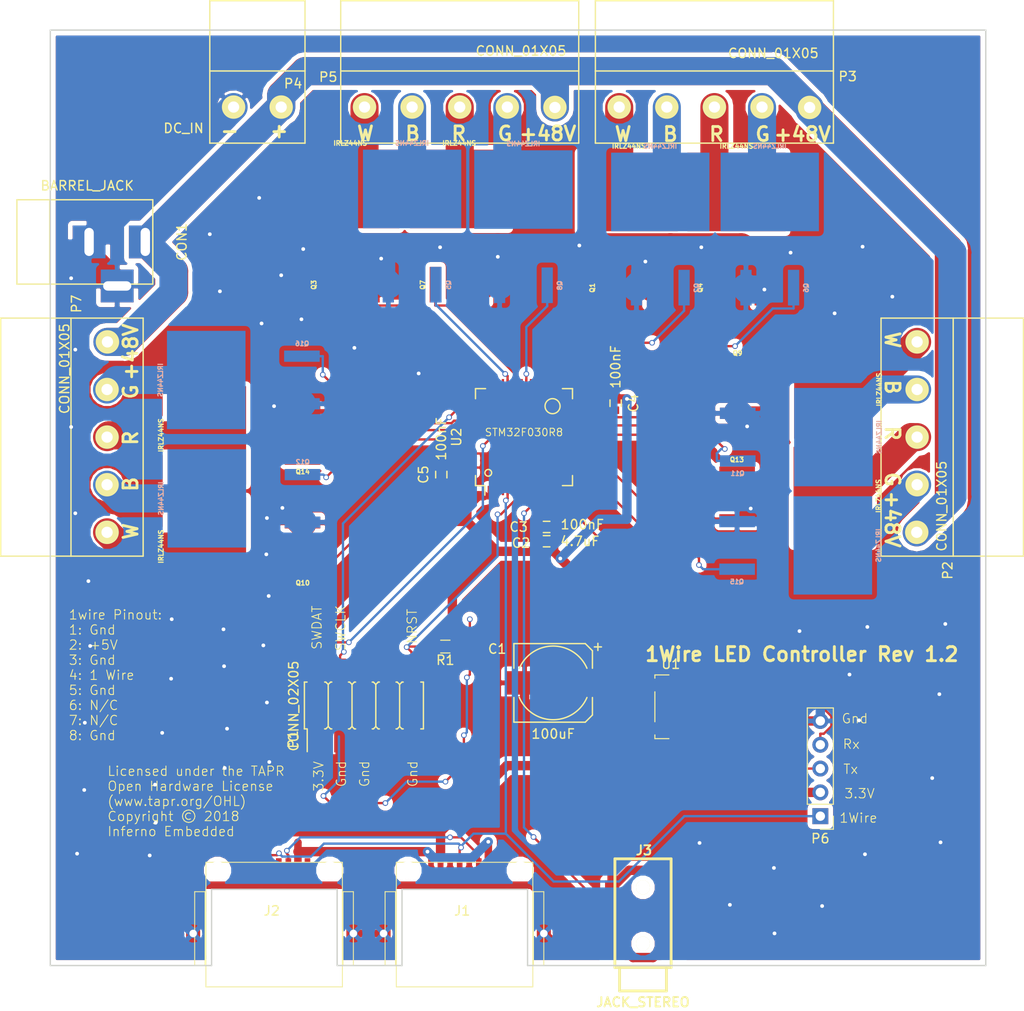
<source format=kicad_pcb>
(kicad_pcb (version 20171130) (host pcbnew "(5.0.1)-3")
  (title_block (title "1Wire LED Controller") (date 2018-12-23) (rev 1.2) (company "Inferno Embedded") (comment 1 "Licensed under the TAPR Open Hardware License (www.tapr.org/OHL)") (comment 2 "Copyright © 2018 Inferno Embedded"))
  (layers (0 F.Cu signal) (31 B.Cu signal) (34 B.Paste user) (35 F.Paste user) (36 B.SilkS user) (37 F.SilkS user) (38 B.Mask user) (39 F.Mask user) (44 Edge.Cuts user))
  (net 0 "")
  (net 1 +5V)
  (net 2 GND)
  (net 3 +3V3)
  (net 4 +48V)
  (net 5 "Net-(J1-Pad7)")
  (net 6 "Net-(J1-Pad6)")
  (net 7 /1W-DATA)
  (net 8 "Net-(P1-Pad10)")
  (net 9 "Net-(P2-Pad1)")
  (net 10 "Net-(P3-Pad1)")
  (net 11 "Net-(P3-Pad2)")
  (net 12 "Net-(P3-Pad3)")
  (net 13 "Net-(P3-Pad4)")
  (net 14 "Net-(P5-Pad1)")
  (net 15 "Net-(P5-Pad2)")
  (net 16 "Net-(P5-Pad3)")
  (net 17 "Net-(P5-Pad4)")
  (net 18 "Net-(P2-Pad2)")
  (net 19 "Net-(P2-Pad3)")
  (net 20 "Net-(P2-Pad4)")
  (net 21 "Net-(P7-Pad1)")
  (net 22 "Net-(P7-Pad2)")
  (net 23 "Net-(P7-Pad3)")
  (net 24 "Net-(P7-Pad4)")
  (net 25 /MAINS_ENABLE)
  (net 26 /SWCLK)
  (net 27 /SWDAT)
  (net 28 /UART_TX)
  (net 29 /UART_RX)
  (net 30 /CHAN2_R)
  (net 31 /CHAN2_G)
  (net 32 /CHAN1_R)
  (net 33 /CHAN2_B)
  (net 34 /CHAN1_G)
  (net 35 /CHAN2_W)
  (net 36 /CHAN1_B)
  (net 37 /CHAN1_W)
  (net 38 /CHAN3_R)
  (net 39 /CHAN0_R)
  (net 40 /CHAN3_G)
  (net 41 /CHAN0_G)
  (net 42 /CHAN3_B)
  (net 43 /CHAN0_B)
  (net 44 /CHAN3_W)
  (net 45 /CHAN0_W)
  (net 46 "Net-(P1-Pad7)")
  (net 47 "Net-(P1-Pad8)")
  (net 48 "Net-(P1-Pad6)")
  (net 49 "Net-(U2-Pad2)")
  (net 50 "Net-(U2-Pad3)")
  (net 51 "Net-(U2-Pad4)")
  (net 52 "Net-(U2-Pad6)")
  (net 53 "Net-(U2-Pad8)")
  (net 54 "Net-(U2-Pad9)")
  (net 55 "Net-(U2-Pad11)")
  (net 56 "Net-(U2-Pad14)")
  (net 57 "Net-(U2-Pad15)")
  (net 58 "Net-(U2-Pad18)")
  (net 59 "Net-(U2-Pad19)")
  (net 60 "Net-(U2-Pad20)")
  (net 61 "Net-(U2-Pad21)")
  (net 62 "Net-(U2-Pad22)")
  (net 63 "Net-(U2-Pad24)")
  (net 64 "Net-(U2-Pad26)")
  (net 65 "Net-(U2-Pad28)")
  (net 66 "Net-(U2-Pad30)")
  (net 67 "Net-(U2-Pad35)")
  (net 68 "Net-(U2-Pad37)")
  (net 69 "Net-(U2-Pad39)")
  (net 70 "Net-(U2-Pad41)")
  (net 71 "Net-(U2-Pad43)")
  (net 72 "Net-(U2-Pad45)")
  (net 73 "Net-(U2-Pad47)")
  (net 74 "Net-(U2-Pad50)")
  (net 75 "Net-(U2-Pad51)")
  (net 76 "Net-(U2-Pad52)")
  (net 77 "Net-(U2-Pad56)")
  (net 78 "Net-(U2-Pad58)")
  (net 79 "Net-(U2-Pad61)")
  (net 80 "Net-(U2-Pad62)")
  (module Housings_QFP:LQFP-64_10x10mm_Pitch0.5mm (layer F.Cu) (at 180.34 104.14 90)
    (fp_text reference U2 (at 0 -7.2 90) (layer F.SilkS))
    (fp_text value STM32F030R8 (at 0.508 0 180) (layer F.SilkS) (effects (font (size 0.8 0.8) (thickness 0.1))))
    (pad 1 smd rect (at -5.7 -3.75 90) (size 1 0.25) (layers F.Cu F.Paste F.Mask) (net 3 +3V3))
    (pad 2 smd rect (at -5.7 -3.25 90) (size 1 0.25) (layers F.Cu F.Paste F.Mask) (net 49 "Net-(U2-Pad2)"))
    (pad 3 smd rect (at -5.7 -2.75 90) (size 1 0.25) (layers F.Cu F.Paste F.Mask) (net 50 "Net-(U2-Pad3)"))
    (pad 4 smd rect (at -5.7 -2.25 90) (size 1 0.25) (layers F.Cu F.Paste F.Mask) (net 51 "Net-(U2-Pad4)"))
    (pad 5 smd rect (at -5.7 -1.75 90) (size 1 0.25) (layers F.Cu F.Paste F.Mask) (net 7 /1W-DATA))
    (pad 6 smd rect (at -5.7 -1.25 90) (size 1 0.25) (layers F.Cu F.Paste F.Mask) (net 52 "Net-(U2-Pad6)"))
    (pad 7 smd rect (at -5.7 -0.75 90) (size 1 0.25) (layers F.Cu F.Paste F.Mask) (net 8 "Net-(P1-Pad10)"))
    (pad 8 smd rect (at -5.7 -0.25 90) (size 1 0.25) (layers F.Cu F.Paste F.Mask) (net 53 "Net-(U2-Pad8)"))
    (pad 9 smd rect (at -5.7 0.25 90) (size 1 0.25) (layers F.Cu F.Paste F.Mask) (net 54 "Net-(U2-Pad9)"))
    (pad 10 smd rect (at -5.7 0.75 90) (size 1 0.25) (layers F.Cu F.Paste F.Mask) (net 25 /MAINS_ENABLE))
    (pad 11 smd rect (at -5.7 1.25 90) (size 1 0.25) (layers F.Cu F.Paste F.Mask) (net 55 "Net-(U2-Pad11)"))
    (pad 12 smd rect (at -5.7 1.75 90) (size 1 0.25) (layers F.Cu F.Paste F.Mask) (net 2 GND))
    (pad 13 smd rect (at -5.7 2.25 90) (size 1 0.25) (layers F.Cu F.Paste F.Mask) (net 3 +3V3))
    (pad 14 smd rect (at -5.7 2.75 90) (size 1 0.25) (layers F.Cu F.Paste F.Mask) (net 56 "Net-(U2-Pad14)"))
    (pad 15 smd rect (at -5.7 3.25 90) (size 1 0.25) (layers F.Cu F.Paste F.Mask) (net 57 "Net-(U2-Pad15)"))
    (pad 16 smd rect (at -5.7 3.75 90) (size 1 0.25) (layers F.Cu F.Paste F.Mask) (net 28 /UART_TX))
    (pad 17 smd rect (at -3.75 5.7 180) (size 1 0.25) (layers F.Cu F.Paste F.Mask) (net 29 /UART_RX))
    (pad 18 smd rect (at -3.25 5.7 180) (size 1 0.25) (layers F.Cu F.Paste F.Mask) (net 58 "Net-(U2-Pad18)"))
    (pad 19 smd rect (at -2.75 5.7 180) (size 1 0.25) (layers F.Cu F.Paste F.Mask) (net 59 "Net-(U2-Pad19)"))
    (pad 20 smd rect (at -2.25 5.7 180) (size 1 0.25) (layers F.Cu F.Paste F.Mask) (net 60 "Net-(U2-Pad20)"))
    (pad 21 smd rect (at -1.75 5.7 180) (size 1 0.25) (layers F.Cu F.Paste F.Mask) (net 61 "Net-(U2-Pad21)"))
    (pad 22 smd rect (at -1.25 5.7 180) (size 1 0.25) (layers F.Cu F.Paste F.Mask) (net 62 "Net-(U2-Pad22)"))
    (pad 23 smd rect (at -0.75 5.7 180) (size 1 0.25) (layers F.Cu F.Paste F.Mask) (net 40 /CHAN3_G))
    (pad 24 smd rect (at -0.25 5.7 180) (size 1 0.25) (layers F.Cu F.Paste F.Mask) (net 63 "Net-(U2-Pad24)"))
    (pad 25 smd rect (at 0.25 5.7 180) (size 1 0.25) (layers F.Cu F.Paste F.Mask) (net 38 /CHAN3_R))
    (pad 26 smd rect (at 0.75 5.7 180) (size 1 0.25) (layers F.Cu F.Paste F.Mask) (net 64 "Net-(U2-Pad26)"))
    (pad 27 smd rect (at 1.25 5.7 180) (size 1 0.25) (layers F.Cu F.Paste F.Mask) (net 42 /CHAN3_B))
    (pad 28 smd rect (at 1.75 5.7 180) (size 1 0.25) (layers F.Cu F.Paste F.Mask) (net 65 "Net-(U2-Pad28)"))
    (pad 29 smd rect (at 2.25 5.7 180) (size 1 0.25) (layers F.Cu F.Paste F.Mask) (net 44 /CHAN3_W))
    (pad 30 smd rect (at 2.75 5.7 180) (size 1 0.25) (layers F.Cu F.Paste F.Mask) (net 66 "Net-(U2-Pad30)"))
    (pad 31 smd rect (at 3.25 5.7 180) (size 1 0.25) (layers F.Cu F.Paste F.Mask) (net 2 GND))
    (pad 32 smd rect (at 3.75 5.7 180) (size 1 0.25) (layers F.Cu F.Paste F.Mask) (net 3 +3V3))
    (pad 33 smd rect (at 5.7 3.75 90) (size 1 0.25) (layers F.Cu F.Paste F.Mask) (net 31 /CHAN2_G))
    (pad 34 smd rect (at 5.7 3.25 90) (size 1 0.25) (layers F.Cu F.Paste F.Mask) (net 30 /CHAN2_R))
    (pad 35 smd rect (at 5.7 2.75 90) (size 1 0.25) (layers F.Cu F.Paste F.Mask) (net 67 "Net-(U2-Pad35)"))
    (pad 36 smd rect (at 5.7 2.25 90) (size 1 0.25) (layers F.Cu F.Paste F.Mask) (net 33 /CHAN2_B))
    (pad 37 smd rect (at 5.7 1.75 90) (size 1 0.25) (layers F.Cu F.Paste F.Mask) (net 68 "Net-(U2-Pad37)"))
    (pad 38 smd rect (at 5.7 1.25 90) (size 1 0.25) (layers F.Cu F.Paste F.Mask) (net 35 /CHAN2_W))
    (pad 39 smd rect (at 5.7 0.75 90) (size 1 0.25) (layers F.Cu F.Paste F.Mask) (net 69 "Net-(U2-Pad39)"))
    (pad 40 smd rect (at 5.7 0.25 90) (size 1 0.25) (layers F.Cu F.Paste F.Mask) (net 34 /CHAN1_G))
    (pad 41 smd rect (at 5.7 -0.25 90) (size 1 0.25) (layers F.Cu F.Paste F.Mask) (net 70 "Net-(U2-Pad41)"))
    (pad 42 smd rect (at 5.7 -0.75 90) (size 1 0.25) (layers F.Cu F.Paste F.Mask) (net 32 /CHAN1_R))
    (pad 43 smd rect (at 5.7 -1.25 90) (size 1 0.25) (layers F.Cu F.Paste F.Mask) (net 71 "Net-(U2-Pad43)"))
    (pad 44 smd rect (at 5.7 -1.75 90) (size 1 0.25) (layers F.Cu F.Paste F.Mask) (net 36 /CHAN1_B))
    (pad 45 smd rect (at 5.7 -2.25 90) (size 1 0.25) (layers F.Cu F.Paste F.Mask) (net 72 "Net-(U2-Pad45)"))
    (pad 46 smd rect (at 5.7 -2.75 90) (size 1 0.25) (layers F.Cu F.Paste F.Mask) (net 27 /SWDAT))
    (pad 47 smd rect (at 5.7 -3.25 90) (size 1 0.25) (layers F.Cu F.Paste F.Mask) (net 73 "Net-(U2-Pad47)"))
    (pad 48 smd rect (at 5.7 -3.75 90) (size 1 0.25) (layers F.Cu F.Paste F.Mask) (net 37 /CHAN1_W))
    (pad 49 smd rect (at 3.75 -5.7 180) (size 1 0.25) (layers F.Cu F.Paste F.Mask) (net 26 /SWCLK))
    (pad 50 smd rect (at 3.25 -5.7 180) (size 1 0.25) (layers F.Cu F.Paste F.Mask) (net 74 "Net-(U2-Pad50)"))
    (pad 51 smd rect (at 2.75 -5.7 180) (size 1 0.25) (layers F.Cu F.Paste F.Mask) (net 75 "Net-(U2-Pad51)"))
    (pad 52 smd rect (at 2.25 -5.7 180) (size 1 0.25) (layers F.Cu F.Paste F.Mask) (net 76 "Net-(U2-Pad52)"))
    (pad 53 smd rect (at 1.75 -5.7 180) (size 1 0.25) (layers F.Cu F.Paste F.Mask) (net 41 /CHAN0_G))
    (pad 54 smd rect (at 1.25 -5.7 180) (size 1 0.25) (layers F.Cu F.Paste F.Mask))
    (pad 55 smd rect (at 0.75 -5.7 180) (size 1 0.25) (layers F.Cu F.Paste F.Mask) (net 39 /CHAN0_R))
    (pad 56 smd rect (at 0.25 -5.7 180) (size 1 0.25) (layers F.Cu F.Paste F.Mask) (net 77 "Net-(U2-Pad56)"))
    (pad 57 smd rect (at -0.25 -5.7 180) (size 1 0.25) (layers F.Cu F.Paste F.Mask) (net 43 /CHAN0_B))
    (pad 58 smd rect (at -0.75 -5.7 180) (size 1 0.25) (layers F.Cu F.Paste F.Mask) (net 78 "Net-(U2-Pad58)"))
    (pad 59 smd rect (at -1.25 -5.7 180) (size 1 0.25) (layers F.Cu F.Paste F.Mask) (net 45 /CHAN0_W))
    (pad 60 smd rect (at -1.75 -5.7 180) (size 1 0.25) (layers F.Cu F.Paste F.Mask) (net 2 GND))
    (pad 61 smd rect (at -2.25 -5.7 180) (size 1 0.25) (layers F.Cu F.Paste F.Mask) (net 79 "Net-(U2-Pad61)"))
    (pad 62 smd rect (at -2.75 -5.7 180) (size 1 0.25) (layers F.Cu F.Paste F.Mask) (net 80 "Net-(U2-Pad62)"))
    (pad 63 smd rect (at -3.25 -5.7 180) (size 1 0.25) (layers F.Cu F.Paste F.Mask) (net 2 GND))
    (pad 64 smd rect (at -3.75 -5.7 180) (size 1 0.25) (layers F.Cu F.Paste F.Mask) (net 3 +3V3))
  )
  (module kicad-open-modules:D2PAK (layer F.Cu) (at 203.01 77.978)
    (fp_text reference Q4 (at -3.87858 10.23366 90) (layer F.SilkS) (effects (font (size 0.5 0.5) (thickness 0.125))))
    (fp_text value IRLZ44NS (at 0.00254 -4.88188) (layer F.SilkS) (effects (font (size 0.5 0.5) (thickness 0.125))))
    (pad 3 smd rect (at 2.54 10.213) (size 1.2 3.8) (layers F.Cu F.Paste F.Mask) (net 2 GND))
    (pad 1 smd rect (at -2.54 10.213) (size 1.2 3.8) (layers F.Cu F.Paste F.Mask) (net 30 /CHAN2_R))
    (pad 2 smd rect (at 0 0) (size 10.49 8.38) (layers F.Cu F.Paste F.Mask) (net 12 "Net-(P3-Pad3)"))
  )
  (module Pin_Headers:Pin_Header_Straight_SMT_02x05 (layer F.Cu) (at 163.258 132.778)
    (fp_text reference P1 (at -7.5565 3.6195 90) (layer F.SilkS))
    (fp_text value CONN_02X05 (at -7.493 0.0635 90) (layer F.SilkS))
    (pad 1 smd rect (at -5.08 3.2) (size 1.27 3.6) (layers F.Cu F.Paste F.Mask) (net 3 +3V3))
    (pad 3 smd rect (at -2.54 3.2) (size 1.27 3.6) (layers F.Cu F.Paste F.Mask) (net 2 GND))
    (pad 5 smd rect (at 0 3.2) (size 1.27 3.6) (layers F.Cu F.Paste F.Mask) (net 2 GND))
    (pad 7 smd rect (at 2.54 3.2) (size 1.27 3.6) (layers F.Cu F.Paste F.Mask) (net 46 "Net-(P1-Pad7)"))
    (pad 8 smd rect (at 2.54 -3.2) (size 1.27 3.6) (layers F.Cu F.Paste F.Mask) (net 47 "Net-(P1-Pad8)"))
    (pad 6 smd rect (at 0 -3.2) (size 1.27 3.6) (layers F.Cu F.Paste F.Mask) (net 48 "Net-(P1-Pad6)"))
    (pad 4 smd rect (at -2.54 -3.2) (size 1.27 3.6) (layers F.Cu F.Paste F.Mask) (net 26 /SWCLK))
    (pad 2 smd rect (at -5.08 -3.2) (size 1.27 3.6) (layers F.Cu F.Paste F.Mask) (net 27 /SWDAT))
    (pad 9 smd rect (at 5.08 3.2) (size 1.27 3.6) (layers F.Cu F.Paste F.Mask) (net 2 GND))
    (pad 10 smd rect (at 5.08 -3.2) (size 1.27 3.6) (layers F.Cu F.Paste F.Mask) (net 8 "Net-(P1-Pad10)"))
  )
  (module RJ45:RJ45-ChinaSMD (layer F.Cu) (at 161.036 149.606 180)
    (fp_text reference J2 (at 7.61 -5.08 180) (layer F.SilkS))
    (fp_text value RJ45)
    (pad 9 smd rect (at 16 -7.5 180) (size 1.5 4) (layers F.Cu F.Paste F.Mask) (net 2 GND))
    (pad 9 thru_hole circle (at 16 -7.5 180) (size 0.9 0.9) (drill 0.8) (layers *.Cu *.Mask) (net 2 GND))
    (pad "" np_thru_hole circle (at 13.4 -0.76 180) (size 1.9 1.9) (drill 1.9) (layers *.Cu *.Mask))
    (pad "" np_thru_hole circle (at 1.41 -0.76 180) (size 1.9 1.9) (drill 1.9) (layers *.Cu *.Mask))
    (pad 8 smd rect (at 3.8 -0.52 180) (size 0.6 2.1) (layers F.Cu F.Paste F.Mask) (net 2 GND))
    (pad 7 smd rect (at 4.82 -0.52 180) (size 0.6 2.1) (layers F.Cu F.Paste F.Mask) (net 5 "Net-(J1-Pad7)"))
    (pad 6 smd rect (at 5.84 -0.52 180) (size 0.6 2.1) (layers F.Cu F.Paste F.Mask) (net 6 "Net-(J1-Pad6)"))
    (pad 5 smd rect (at 6.86 -0.52 180) (size 0.6 2.1) (layers F.Cu F.Paste F.Mask) (net 2 GND))
    (pad 4 smd rect (at 7.88 -0.52 180) (size 0.6 2.1) (layers F.Cu F.Paste F.Mask) (net 7 /1W-DATA))
    (pad 3 smd rect (at 8.9 -0.52 180) (size 0.6 2.1) (layers F.Cu F.Paste F.Mask) (net 2 GND))
    (pad 2 smd rect (at 9.92 -0.52 180) (size 0.6 2.1) (layers F.Cu F.Paste F.Mask) (net 1 +5V))
    (pad 1 smd rect (at 10.94 -0.52 180) (size 0.6 2.1) (layers F.Cu F.Paste F.Mask) (net 2 GND))
    (pad 9 thru_hole circle (at -1.1 -7.5 180) (size 0.9 0.9) (drill 0.8) (layers *.Cu *.Mask) (net 2 GND))
    (pad 9 smd rect (at -1.1 -7.5 180) (size 1.5 4) (layers F.Cu F.Paste F.Mask) (net 2 GND))
  )
  (module kicad-open-modules:D2PAK (layer B.Cu) (at 180.276 77.724 180)
    (fp_text reference Q8 (at -3.87858 -10.23366 90) (layer B.SilkS) (effects (font (size 0.5 0.5) (thickness 0.125)) (justify mirror)))
    (fp_text value IRLZ44NS (at 0.00254 4.88188 180) (layer B.SilkS) (effects (font (size 0.5 0.5) (thickness 0.125)) (justify mirror)))
    (pad 3 smd rect (at 2.54 -10.213 180) (size 1.2 3.8) (layers B.Cu B.Paste B.Mask) (net 2 GND))
    (pad 1 smd rect (at -2.54 -10.213 180) (size 1.2 3.8) (layers B.Cu B.Paste B.Mask) (net 34 /CHAN1_G))
    (pad 2 smd rect (at 0 0 180) (size 10.49 8.38) (layers B.Cu B.Paste B.Mask) (net 17 "Net-(P5-Pad4)"))
  )
  (module Connect:BARREL_JACK (layer F.Cu) (at 133.731 83.312)
    (fp_text reference CON1 (at 10.09904 0 90) (layer F.SilkS))
    (fp_text value BARREL_JACK (at 0 -5.99948) (layer F.SilkS))
    (pad 1 thru_hole rect (at 6.20014 0) (size 3.50012 3.50012) (drill oval 1.00076 2.99974) (layers *.Cu *.Mask) (net 4 +48V))
    (pad 2 thru_hole rect (at 0.20066 0) (size 3.50012 3.50012) (drill oval 1.00076 2.99974) (layers *.Cu *.Mask) (net 2 GND))
    (pad 3 thru_hole rect (at 3.2004 4.699) (size 3.50012 3.50012) (drill oval 2.99974 1.00076) (layers *.Cu *.Mask) (net 2 GND))
  )
  (module Capacitors_SMD:c_elec_8x6.7 (layer F.Cu) (at 183.452 130.366 180)
    (fp_text reference C1 (at 5.969 3.6195 180) (layer F.SilkS))
    (fp_text value 100uF (at 0 -5.4483 180) (layer F.SilkS))
    (fp_text user + (at -4.7752 3.9116 180) (layer F.SilkS))
    (pad 1 smd rect (at -3.05 0) (size 4 2.5) (layers F.Cu F.Paste F.Mask) (net 1 +5V))
    (pad 2 smd rect (at 3.05 0) (size 4 2.5) (layers F.Cu F.Paste F.Mask) (net 2 GND))
  )
  (module Capacitors_SMD:C_0603 (layer F.Cu) (at 182.753 115.252 180)
    (fp_text reference C2 (at 2.7305 -0.1905 180) (layer F.SilkS))
    (fp_text value 4.7uF (at -3.556 0 180) (layer F.SilkS))
    (pad 1 smd rect (at -0.75 0 180) (size 0.8 0.75) (layers F.Cu F.Paste F.Mask) (net 3 +3V3))
    (pad 2 smd rect (at 0.75 0 180) (size 0.8 0.75) (layers F.Cu F.Paste F.Mask) (net 2 GND))
  )
  (module Capacitors_SMD:C_0603 (layer F.Cu) (at 182.753 113.728 180)
    (fp_text reference C3 (at 2.9845 0 180) (layer F.SilkS))
    (fp_text value 100nF (at -3.81 0.254 180) (layer F.SilkS))
    (pad 1 smd rect (at -0.75 0 180) (size 0.8 0.75) (layers F.Cu F.Paste F.Mask) (net 3 +3V3))
    (pad 2 smd rect (at 0.75 0 180) (size 0.8 0.75) (layers F.Cu F.Paste F.Mask) (net 2 GND))
  )
  (module Capacitors_SMD:C_0603 (layer F.Cu) (at 190.119 100.52 270)
    (fp_text reference C4 (at 0 -1.9 270) (layer F.SilkS))
    (fp_text value 100nF (at -3.8735 0 270) (layer F.SilkS))
    (pad 1 smd rect (at -0.75 0 270) (size 0.8 0.75) (layers F.Cu F.Paste F.Mask) (net 3 +3V3))
    (pad 2 smd rect (at 0.75 0 270) (size 0.8 0.75) (layers F.Cu F.Paste F.Mask) (net 2 GND))
  )
  (module Capacitors_SMD:C_0603 (layer F.Cu) (at 171.514 108.14 90)
    (fp_text reference C5 (at 0 -1.9 90) (layer F.SilkS))
    (fp_text value 100nF (at 3.81 0 90) (layer F.SilkS))
    (pad 1 smd rect (at -0.75 0 90) (size 0.8 0.75) (layers F.Cu F.Paste F.Mask) (net 3 +3V3))
    (pad 2 smd rect (at 0.75 0 90) (size 0.8 0.75) (layers F.Cu F.Paste F.Mask) (net 2 GND))
  )
  (module RJ45:RJ45-ChinaSMD (layer F.Cu) (at 181.356 149.606 180)
    (fp_text reference J1 (at 7.61 -5.08 180) (layer F.SilkS))
    (fp_text value RJ45)
    (pad 9 smd rect (at 16 -7.5 180) (size 1.5 4) (layers F.Cu F.Paste F.Mask) (net 2 GND))
    (pad 9 thru_hole circle (at 16 -7.5 180) (size 0.9 0.9) (drill 0.8) (layers *.Cu *.Mask) (net 2 GND))
    (pad "" np_thru_hole circle (at 13.4 -0.76 180) (size 1.9 1.9) (drill 1.9) (layers *.Cu *.Mask))
    (pad "" np_thru_hole circle (at 1.41 -0.76 180) (size 1.9 1.9) (drill 1.9) (layers *.Cu *.Mask))
    (pad 8 smd rect (at 3.8 -0.52 180) (size 0.6 2.1) (layers F.Cu F.Paste F.Mask) (net 2 GND))
    (pad 7 smd rect (at 4.82 -0.52 180) (size 0.6 2.1) (layers F.Cu F.Paste F.Mask) (net 5 "Net-(J1-Pad7)"))
    (pad 6 smd rect (at 5.84 -0.52 180) (size 0.6 2.1) (layers F.Cu F.Paste F.Mask) (net 6 "Net-(J1-Pad6)"))
    (pad 5 smd rect (at 6.86 -0.52 180) (size 0.6 2.1) (layers F.Cu F.Paste F.Mask) (net 2 GND))
    (pad 4 smd rect (at 7.88 -0.52 180) (size 0.6 2.1) (layers F.Cu F.Paste F.Mask) (net 7 /1W-DATA))
    (pad 3 smd rect (at 8.9 -0.52 180) (size 0.6 2.1) (layers F.Cu F.Paste F.Mask) (net 2 GND))
    (pad 2 smd rect (at 9.92 -0.52 180) (size 0.6 2.1) (layers F.Cu F.Paste F.Mask) (net 1 +5V))
    (pad 1 smd rect (at 10.94 -0.52 180) (size 0.6 2.1) (layers F.Cu F.Paste F.Mask) (net 2 GND))
    (pad 9 thru_hole circle (at -1.1 -7.5 180) (size 0.9 0.9) (drill 0.8) (layers *.Cu *.Mask) (net 2 GND))
    (pad 9 smd rect (at -1.1 -7.5 180) (size 1.5 4) (layers F.Cu F.Paste F.Mask) (net 2 GND))
  )
  (module 2EDCK-Screw-Connectors:2EDCK-5.08-5PIN (layer F.Cu) (at 187.96 72.771)
    (fp_text reference P3 (at 26.924 -7.112) (layer F.SilkS))
    (fp_text value CONN_01X05 (at 18.9865 -9.5885) (layer F.SilkS))
    (pad 1 thru_hole circle (at 2.54 -3.85) (size 2.5 2.5) (drill 1.2) (layers *.Cu *.Mask F.SilkS) (net 10 "Net-(P3-Pad1)"))
    (pad 2 thru_hole circle (at 7.62 -3.85) (size 2.5 2.5) (drill 1.2) (layers *.Cu *.Mask F.SilkS) (net 11 "Net-(P3-Pad2)"))
    (pad 3 thru_hole circle (at 12.7 -3.85) (size 2.5 2.5) (drill 1.2) (layers *.Cu *.Mask F.SilkS) (net 12 "Net-(P3-Pad3)"))
    (pad 4 thru_hole circle (at 17.78 -3.85) (size 2.5 2.5) (drill 1.2) (layers *.Cu *.Mask F.SilkS) (net 13 "Net-(P3-Pad4)"))
    (pad 5 thru_hole circle (at 22.86 -3.81) (size 2.5 2.5) (drill 1.2) (layers *.Cu *.Mask F.SilkS) (net 4 +48V))
  )
  (module 2EDCK-Screw-Connectors:2EDCK-5.08-2PIN (layer F.Cu) (at 146.812 72.771)
    (fp_text reference P4 (at 8.89 -6.35) (layer F.SilkS))
    (fp_text value DC_IN (at -2.794 -1.5875) (layer F.SilkS))
    (pad 1 thru_hole circle (at 2.54 -3.85) (size 2.5 2.5) (drill 1.2) (layers *.Cu *.Mask F.SilkS) (net 2 GND))
    (pad 2 thru_hole circle (at 7.62 -3.85) (size 2.5 2.5) (drill 1.2) (layers *.Cu *.Mask F.SilkS) (net 4 +48V))
  )
  (module 2EDCK-Screw-Connectors:2EDCK-5.08-5PIN (layer F.Cu) (at 160.782 72.771)
    (fp_text reference P5 (at -1.3335 -7.0485) (layer F.SilkS))
    (fp_text value CONN_01X05 (at 19.2405 -9.8425) (layer F.SilkS))
    (pad 1 thru_hole circle (at 2.54 -3.85) (size 2.5 2.5) (drill 1.2) (layers *.Cu *.Mask F.SilkS) (net 14 "Net-(P5-Pad1)"))
    (pad 2 thru_hole circle (at 7.62 -3.85) (size 2.5 2.5) (drill 1.2) (layers *.Cu *.Mask F.SilkS) (net 15 "Net-(P5-Pad2)"))
    (pad 3 thru_hole circle (at 12.7 -3.85) (size 2.5 2.5) (drill 1.2) (layers *.Cu *.Mask F.SilkS) (net 16 "Net-(P5-Pad3)"))
    (pad 4 thru_hole circle (at 17.78 -3.85) (size 2.5 2.5) (drill 1.2) (layers *.Cu *.Mask F.SilkS) (net 17 "Net-(P5-Pad4)"))
    (pad 5 thru_hole circle (at 22.86 -3.81) (size 2.5 2.5) (drill 1.2) (layers *.Cu *.Mask F.SilkS) (net 4 +48V))
  )
  (module kicad-open-modules:D2PAK (layer F.Cu) (at 191.516 77.978)
    (fp_text reference Q1 (at -3.87858 10.23366 90) (layer F.SilkS) (effects (font (size 0.5 0.5) (thickness 0.125))))
    (fp_text value IRLZ44NS (at 0.00254 -4.88188) (layer F.SilkS) (effects (font (size 0.5 0.5) (thickness 0.125))))
    (pad 3 smd rect (at 2.54 10.213) (size 1.2 3.8) (layers F.Cu F.Paste F.Mask) (net 2 GND))
    (pad 1 smd rect (at -2.54 10.213) (size 1.2 3.8) (layers F.Cu F.Paste F.Mask) (net 35 /CHAN2_W))
    (pad 2 smd rect (at 0 0) (size 10.49 8.38) (layers F.Cu F.Paste F.Mask) (net 10 "Net-(P3-Pad1)"))
  )
  (module kicad-open-modules:D2PAK (layer B.Cu) (at 194.882 77.978 180)
    (fp_text reference Q2 (at -3.87858 -10.23366 90) (layer B.SilkS) (effects (font (size 0.5 0.5) (thickness 0.125)) (justify mirror)))
    (fp_text value IRLZ44NS (at 0.00254 4.88188 180) (layer B.SilkS) (effects (font (size 0.5 0.5) (thickness 0.125)) (justify mirror)))
    (pad 3 smd rect (at 2.54 -10.213 180) (size 1.2 3.8) (layers B.Cu B.Paste B.Mask) (net 2 GND))
    (pad 1 smd rect (at -2.54 -10.213 180) (size 1.2 3.8) (layers B.Cu B.Paste B.Mask) (net 33 /CHAN2_B))
    (pad 2 smd rect (at 0 0 180) (size 10.49 8.38) (layers B.Cu B.Paste B.Mask) (net 11 "Net-(P3-Pad2)"))
  )
  (module kicad-open-modules:D2PAK (layer F.Cu) (at 161.798 77.6605)
    (fp_text reference Q3 (at -3.87858 10.23366 90) (layer F.SilkS) (effects (font (size 0.5 0.5) (thickness 0.125))))
    (fp_text value IRLZ44NS (at 0.00254 -4.88188) (layer F.SilkS) (effects (font (size 0.5 0.5) (thickness 0.125))))
    (pad 3 smd rect (at 2.54 10.213) (size 1.2 3.8) (layers F.Cu F.Paste F.Mask) (net 2 GND))
    (pad 1 smd rect (at -2.54 10.213) (size 1.2 3.8) (layers F.Cu F.Paste F.Mask) (net 37 /CHAN1_W))
    (pad 2 smd rect (at 0 0) (size 10.49 8.38) (layers F.Cu F.Paste F.Mask) (net 14 "Net-(P5-Pad1)"))
  )
  (module kicad-open-modules:D2PAK (layer B.Cu) (at 168.402 77.6605 180)
    (fp_text reference Q5 (at -3.87858 -10.23366 90) (layer B.SilkS) (effects (font (size 0.5 0.5) (thickness 0.125)) (justify mirror)))
    (fp_text value IRLZ44NS (at 0.00254 4.88188 180) (layer B.SilkS) (effects (font (size 0.5 0.5) (thickness 0.125)) (justify mirror)))
    (pad 3 smd rect (at 2.54 -10.213 180) (size 1.2 3.8) (layers B.Cu B.Paste B.Mask) (net 2 GND))
    (pad 1 smd rect (at -2.54 -10.213 180) (size 1.2 3.8) (layers B.Cu B.Paste B.Mask) (net 36 /CHAN1_B))
    (pad 2 smd rect (at 0 0 180) (size 10.49 8.38) (layers B.Cu B.Paste B.Mask) (net 15 "Net-(P5-Pad2)"))
  )
  (module kicad-open-modules:D2PAK (layer B.Cu) (at 206.566 77.978 180)
    (fp_text reference Q6 (at -3.87858 -10.23366 90) (layer B.SilkS) (effects (font (size 0.5 0.5) (thickness 0.125)) (justify mirror)))
    (fp_text value IRLZ44NS (at 0.00254 4.88188 180) (layer B.SilkS) (effects (font (size 0.5 0.5) (thickness 0.125)) (justify mirror)))
    (pad 3 smd rect (at 2.54 -10.213 180) (size 1.2 3.8) (layers B.Cu B.Paste B.Mask) (net 2 GND))
    (pad 1 smd rect (at -2.54 -10.213 180) (size 1.2 3.8) (layers B.Cu B.Paste B.Mask) (net 31 /CHAN2_G))
    (pad 2 smd rect (at 0 0 180) (size 10.49 8.38) (layers B.Cu B.Paste B.Mask) (net 13 "Net-(P3-Pad4)"))
  )
  (module kicad-open-modules:D2PAK (layer F.Cu) (at 173.418 77.6605)
    (fp_text reference Q7 (at -3.87858 10.23366 90) (layer F.SilkS) (effects (font (size 0.5 0.5) (thickness 0.125))))
    (fp_text value IRLZ44NS (at 0.00254 -4.88188) (layer F.SilkS) (effects (font (size 0.5 0.5) (thickness 0.125))))
    (pad 3 smd rect (at 2.54 10.213) (size 1.2 3.8) (layers F.Cu F.Paste F.Mask) (net 2 GND))
    (pad 1 smd rect (at -2.54 10.213) (size 1.2 3.8) (layers F.Cu F.Paste F.Mask) (net 32 /CHAN1_R))
    (pad 2 smd rect (at 0 0) (size 10.49 8.38) (layers F.Cu F.Paste F.Mask) (net 16 "Net-(P5-Pad3)"))
  )
  (module 2EDCK-Screw-Connectors:2EDCK-5.08-5PIN (layer F.Cu) (at 218.44 91.44 270)
    (fp_text reference P2 (at 26.924 -7.112 270) (layer F.SilkS))
    (fp_text value CONN_01X05 (at 20.066 -6.477 270) (layer F.SilkS))
    (pad 1 thru_hole circle (at 2.54 -3.85 270) (size 2.5 2.5) (drill 1.2) (layers *.Cu *.Mask F.SilkS) (net 9 "Net-(P2-Pad1)"))
    (pad 2 thru_hole circle (at 7.62 -3.85 270) (size 2.5 2.5) (drill 1.2) (layers *.Cu *.Mask F.SilkS) (net 18 "Net-(P2-Pad2)"))
    (pad 3 thru_hole circle (at 12.7 -3.85 270) (size 2.5 2.5) (drill 1.2) (layers *.Cu *.Mask F.SilkS) (net 19 "Net-(P2-Pad3)"))
    (pad 4 thru_hole circle (at 17.78 -3.85 270) (size 2.5 2.5) (drill 1.2) (layers *.Cu *.Mask F.SilkS) (net 20 "Net-(P2-Pad4)"))
    (pad 5 thru_hole circle (at 22.86 -3.81 270) (size 2.5 2.5) (drill 1.2) (layers *.Cu *.Mask F.SilkS) (net 4 +48V))
  )
  (module Pin_Headers:Pin_Header_Straight_1x05_Pitch2.54mm (layer F.Cu) (at 211.963 144.59 180)
    (fp_text reference P6 (at 0 -2.39 180) (layer F.SilkS))
    (fp_text value CONN_01X05)
    (pad 1 thru_hole rect (at 0 0 180) (size 1.7 1.7) (drill 1) (layers *.Cu *.Mask) (net 7 /1W-DATA))
    (pad 2 thru_hole oval (at 0 2.54 180) (size 1.7 1.7) (drill 1) (layers *.Cu *.Mask) (net 3 +3V3))
    (pad 3 thru_hole oval (at 0 5.08 180) (size 1.7 1.7) (drill 1) (layers *.Cu *.Mask) (net 28 /UART_TX))
    (pad 4 thru_hole oval (at 0 7.62 180) (size 1.7 1.7) (drill 1) (layers *.Cu *.Mask) (net 29 /UART_RX))
    (pad 5 thru_hole oval (at 0 10.16 180) (size 1.7 1.7) (drill 1) (layers *.Cu *.Mask) (net 2 GND))
  )
  (module 2EDCK-Screw-Connectors:2EDCK-5.08-5PIN (layer F.Cu) (at 139.7 116.84 90)
    (fp_text reference P7 (at 26.924 -7.112 90) (layer F.SilkS))
    (fp_text value CONN_01X05 (at 20.0025 -8.382 90) (layer F.SilkS))
    (pad 1 thru_hole circle (at 2.54 -3.85 90) (size 2.5 2.5) (drill 1.2) (layers *.Cu *.Mask F.SilkS) (net 21 "Net-(P7-Pad1)"))
    (pad 2 thru_hole circle (at 7.62 -3.85 90) (size 2.5 2.5) (drill 1.2) (layers *.Cu *.Mask F.SilkS) (net 22 "Net-(P7-Pad2)"))
    (pad 3 thru_hole circle (at 12.7 -3.85 90) (size 2.5 2.5) (drill 1.2) (layers *.Cu *.Mask F.SilkS) (net 23 "Net-(P7-Pad3)"))
    (pad 4 thru_hole circle (at 17.78 -3.85 90) (size 2.5 2.5) (drill 1.2) (layers *.Cu *.Mask F.SilkS) (net 24 "Net-(P7-Pad4)"))
    (pad 5 thru_hole circle (at 22.86 -3.81 90) (size 2.5 2.5) (drill 1.2) (layers *.Cu *.Mask F.SilkS) (net 4 +48V))
  )
  (module kicad-open-modules:D2PAK (layer F.Cu) (at 213.36 99.06 270)
    (fp_text reference Q9 (at -3.87858 10.23366) (layer F.SilkS) (effects (font (size 0.5 0.5) (thickness 0.125))))
    (fp_text value IRLZ44NS (at 0.00254 -4.88188 270) (layer F.SilkS) (effects (font (size 0.5 0.5) (thickness 0.125))))
    (pad 3 smd rect (at 2.54 10.213 270) (size 1.2 3.8) (layers F.Cu F.Paste F.Mask) (net 2 GND))
    (pad 1 smd rect (at -2.54 10.213 270) (size 1.2 3.8) (layers F.Cu F.Paste F.Mask) (net 44 /CHAN3_W))
    (pad 2 smd rect (at 0 0 270) (size 10.49 8.38) (layers F.Cu F.Paste F.Mask) (net 9 "Net-(P2-Pad1)"))
  )
  (module kicad-open-modules:D2PAK (layer F.Cu) (at 146.494 115.824 90)
    (fp_text reference Q10 (at -3.87858 10.23366 180) (layer F.SilkS) (effects (font (size 0.5 0.5) (thickness 0.125))))
    (fp_text value IRLZ44NS (at 0.00254 -4.88188 90) (layer F.SilkS) (effects (font (size 0.5 0.5) (thickness 0.125))))
    (pad 3 smd rect (at 2.54 10.213 90) (size 1.2 3.8) (layers F.Cu F.Paste F.Mask) (net 2 GND))
    (pad 1 smd rect (at -2.54 10.213 90) (size 1.2 3.8) (layers F.Cu F.Paste F.Mask) (net 45 /CHAN0_W))
    (pad 2 smd rect (at 0 0 90) (size 10.49 8.38) (layers F.Cu F.Paste F.Mask) (net 21 "Net-(P7-Pad1)"))
  )
  (module kicad-open-modules:D2PAK (layer B.Cu) (at 213.36 104.14 90)
    (fp_text reference Q11 (at -3.87858 -10.23366) (layer B.SilkS) (effects (font (size 0.5 0.5) (thickness 0.125)) (justify mirror)))
    (fp_text value IRLZ44NS (at 0.00254 4.88188 90) (layer B.SilkS) (effects (font (size 0.5 0.5) (thickness 0.125)) (justify mirror)))
    (pad 3 smd rect (at 2.54 -10.213 90) (size 1.2 3.8) (layers B.Cu B.Paste B.Mask) (net 2 GND))
    (pad 1 smd rect (at -2.54 -10.213 90) (size 1.2 3.8) (layers B.Cu B.Paste B.Mask) (net 42 /CHAN3_B))
    (pad 2 smd rect (at 0 0 90) (size 10.49 8.38) (layers B.Cu B.Paste B.Mask) (net 18 "Net-(P2-Pad2)"))
  )
  (module kicad-open-modules:D2PAK (layer B.Cu) (at 146.494 110.68 270)
    (fp_text reference Q12 (at -3.87858 -10.23366 180) (layer B.SilkS) (effects (font (size 0.5 0.5) (thickness 0.125)) (justify mirror)))
    (fp_text value IRLZ44NS (at 0.00254 4.88188 270) (layer B.SilkS) (effects (font (size 0.5 0.5) (thickness 0.125)) (justify mirror)))
    (pad 3 smd rect (at 2.54 -10.213 270) (size 1.2 3.8) (layers B.Cu B.Paste B.Mask) (net 2 GND))
    (pad 1 smd rect (at -2.54 -10.213 270) (size 1.2 3.8) (layers B.Cu B.Paste B.Mask) (net 43 /CHAN0_B))
    (pad 2 smd rect (at 0 0 270) (size 10.49 8.38) (layers B.Cu B.Paste B.Mask) (net 22 "Net-(P7-Pad2)"))
  )
  (module kicad-open-modules:D2PAK (layer F.Cu) (at 213.296 110.426 270)
    (fp_text reference Q13 (at -3.87858 10.23366) (layer F.SilkS) (effects (font (size 0.5 0.5) (thickness 0.125))))
    (fp_text value IRLZ44NS (at 0.00254 -4.88188 270) (layer F.SilkS) (effects (font (size 0.5 0.5) (thickness 0.125))))
    (pad 3 smd rect (at 2.54 10.213 270) (size 1.2 3.8) (layers F.Cu F.Paste F.Mask) (net 2 GND))
    (pad 1 smd rect (at -2.54 10.213 270) (size 1.2 3.8) (layers F.Cu F.Paste F.Mask) (net 38 /CHAN3_R))
    (pad 2 smd rect (at 0 0 270) (size 10.49 8.38) (layers F.Cu F.Paste F.Mask) (net 19 "Net-(P2-Pad3)"))
  )
  (module kicad-open-modules:D2PAK (layer F.Cu) (at 146.494 103.95 90)
    (fp_text reference Q14 (at -3.87858 10.23366 180) (layer F.SilkS) (effects (font (size 0.5 0.5) (thickness 0.125))))
    (fp_text value IRLZ44NS (at 0.00254 -4.88188 90) (layer F.SilkS) (effects (font (size 0.5 0.5) (thickness 0.125))))
    (pad 3 smd rect (at 2.54 10.213 90) (size 1.2 3.8) (layers F.Cu F.Paste F.Mask) (net 2 GND))
    (pad 1 smd rect (at -2.54 10.213 90) (size 1.2 3.8) (layers F.Cu F.Paste F.Mask) (net 39 /CHAN0_R))
    (pad 2 smd rect (at 0 0 90) (size 10.49 8.38) (layers F.Cu F.Paste F.Mask) (net 23 "Net-(P7-Pad3)"))
  )
  (module kicad-open-modules:D2PAK (layer B.Cu) (at 213.296 115.697 90)
    (fp_text reference Q15 (at -3.87858 -10.23366) (layer B.SilkS) (effects (font (size 0.5 0.5) (thickness 0.125)) (justify mirror)))
    (fp_text value IRLZ44NS (at 0.00254 4.88188 90) (layer B.SilkS) (effects (font (size 0.5 0.5) (thickness 0.125)) (justify mirror)))
    (pad 3 smd rect (at 2.54 -10.213 90) (size 1.2 3.8) (layers B.Cu B.Paste B.Mask) (net 2 GND))
    (pad 1 smd rect (at -2.54 -10.213 90) (size 1.2 3.8) (layers B.Cu B.Paste B.Mask) (net 40 /CHAN3_G))
    (pad 2 smd rect (at 0 0 90) (size 10.49 8.38) (layers B.Cu B.Paste B.Mask) (net 20 "Net-(P2-Pad4)"))
  )
  (module kicad-open-modules:D2PAK (layer B.Cu) (at 146.431 98.044 270)
    (fp_text reference Q16 (at -3.87858 -10.23366 180) (layer B.SilkS) (effects (font (size 0.5 0.5) (thickness 0.125)) (justify mirror)))
    (fp_text value IRLZ44NS (at 0.00254 4.88188 270) (layer B.SilkS) (effects (font (size 0.5 0.5) (thickness 0.125)) (justify mirror)))
    (pad 3 smd rect (at 2.54 -10.213 270) (size 1.2 3.8) (layers B.Cu B.Paste B.Mask) (net 2 GND))
    (pad 1 smd rect (at -2.54 -10.213 270) (size 1.2 3.8) (layers B.Cu B.Paste B.Mask) (net 41 /CHAN0_G))
    (pad 2 smd rect (at 0 0 270) (size 10.49 8.38) (layers B.Cu B.Paste B.Mask) (net 24 "Net-(P7-Pad4)"))
  )
  (module Resistors_SMD:R_0603 (layer F.Cu) (at 171.946 126.492 180)
    (fp_text reference R1 (at 0 -1.45 180) (layer F.SilkS))
    (fp_text value 10k)
    (pad 1 smd rect (at -0.75 0 180) (size 0.5 0.9) (layers F.Cu F.Paste F.Mask) (net 3 +3V3))
    (pad 2 smd rect (at 0.75 0 180) (size 0.5 0.9) (layers F.Cu F.Paste F.Mask) (net 8 "Net-(P1-Pad10)"))
  )
  (module TO_SOT_Packages_SMD:TO-252-2Lead (layer F.Cu) (at 195.707 132.906)
    (fp_text reference U1 (at 0.3 -4.54) (layer F.SilkS))
    (fp_text value LP2950)
    (pad 1 smd rect (at -3.7 -2.29 270) (size 2 3.5) (layers F.Cu F.Paste F.Mask) (net 1 +5V))
    (pad 3 smd rect (at -3.7 2.29 270) (size 2 3.5) (layers F.Cu F.Paste F.Mask) (net 3 +3V3))
    (pad 2 smd rect (at 3.7 0.01 270) (size 7 7) (layers F.Cu F.Paste F.Mask) (net 2 GND))
  )
  (module w_conn_av:jack_3.5_pj313d-smt (layer F.Cu) (at 193.04 154.94)
    (fp_text reference J3 (at 0.1 -6.7) (layer F.SilkS) (effects (font (size 0.99822 0.99822) (thickness 0.19812))))
    (fp_text value JACK_STEREO (at 0 9.5) (layer F.SilkS) (effects (font (size 0.99822 0.99822) (thickness 0.19812))))
    (pad "" np_thru_hole circle (at 0 3.25) (size 1.5 1.5) (drill 1.5) (layers *.Cu *.Mask F.SilkS))
    (pad "" np_thru_hole circle (at 0 -2.75) (size 1.5 1.5) (drill 1.5) (layers *.Cu *.Mask F.SilkS))
    (pad 3 smd rect (at -3.3 3.95) (size 1.5 1.5) (layers F.Cu F.Paste F.Mask) (net 2 GND))
    (pad 1 smd rect (at -3.3 -2.75) (size 1.5 1.5) (layers F.Cu F.Paste F.Mask) (net 1 +5V))
    (pad 2 smd rect (at -3.3 0.75) (size 1.5 1.5) (layers F.Cu F.Paste F.Mask) (net 25 /MAINS_ENABLE))
    (pad 3 smd rect (at 3.3 3.95) (size 1.5 1.5) (layers F.Cu F.Paste F.Mask) (net 2 GND))
    (pad 2 smd rect (at 3.3 0.75) (size 1.5 1.5) (layers F.Cu F.Paste F.Mask) (net 25 /MAINS_ENABLE))
    (pad 1 smd rect (at 3.3 -2.75) (size 1.5 1.5) (layers F.Cu F.Paste F.Mask) (net 1 +5V))
  )
  (gr_circle (center 183.388 100.838) (end 184.15 101.092) (layer F.SilkS) (width 0.15))
  (gr_circle (center 176.53 107.95) (end 176.784 108.204) (layer F.SilkS) (width 0.15))
  (gr_text +48V (at 182.88 71.755) (layer F.SilkS) (effects (font (size 1.5 1.5) (thickness 0.3))))
  (gr_text "W   B   R   G" (at 170.815 71.755) (layer F.SilkS) (effects (font (size 1.5 1.5) (thickness 0.3))))
  (gr_text +48V (at 138.3665 95.0595 90) (layer F.SilkS) (effects (font (size 1.5 1.5) (thickness 0.3))))
  (gr_text "W   B   R   G" (at 138.3665 106.807 90) (layer F.SilkS) (effects (font (size 1.5 1.5) (thickness 0.3))))
  (gr_text 1Wire (at 216.027 144.78) (layer F.SilkS) (effects (font (size 1 1) (thickness 0.1))))
  (gr_text "1wire Pinout:\n1: Gnd\n2: +5V\n3: Gnd\n4: 1 Wire\n5: Gnd\n6: N/C\n7: N/C\n8: Gnd" (at 131.699 129.54) (layer F.SilkS) (effects (font (size 1 1) (thickness 0.1)) (justify left)))
  (gr_text "1Wire LED Controller Rev 1.2" (at 209.9945 127.3175) (layer F.SilkS) (effects (font (size 1.5 1.5) (thickness 0.31))))
  (gr_text "Licensed under the TAPR\nOpen Hardware License\n(www.tapr.org/OHL)\nCopyright © 2018\nInferno Embedded " (at 135.8265 143.002) (layer F.SilkS) (effects (font (size 1 1) (thickness 0.1)) (justify left)))
  (gr_text Rx (at 215.265 136.906) (layer F.SilkS) (effects (font (size 1 1) (thickness 0.1))))
  (gr_text Tx (at 215.2015 139.573) (layer F.SilkS) (effects (font (size 1 1) (thickness 0.1))))
  (gr_text Gnd (at 215.646 134.1755) (layer F.SilkS) (effects (font (size 1 1) (thickness 0.1))))
  (gr_text 3.3V (at 216.154 142.1765) (layer F.SilkS) (effects (font (size 1 1) (thickness 0.1))))
  (gr_text NRST (at 168.402 124.333 90) (layer F.SilkS) (effects (font (size 1 1) (thickness 0.1))))
  (gr_text SWCLK (at 160.782 124.5235 90) (layer F.SilkS) (effects (font (size 1 1) (thickness 0.1))))
  (gr_text SWDAT (at 158.242 124.46 90) (layer F.SilkS) (effects (font (size 1 1) (thickness 0.1))))
  (gr_text Gnd (at 168.4655 140.081 90) (layer F.SilkS) (effects (font (size 1 1) (thickness 0.1))))
  (gr_text Gnd (at 163.322 140.081 90) (layer F.SilkS) (effects (font (size 1 1) (thickness 0.1))))
  (gr_text Gnd (at 160.8455 140.081 90) (layer F.SilkS) (effects (font (size 1 1) (thickness 0.1))))
  (gr_text 3.3V (at 158.4325 140.335 90) (layer F.SilkS) (effects (font (size 1 1) (thickness 0.1))))
  (gr_text "-   +" (at 151.5745 71.4375) (layer F.SilkS) (effects (font (size 1.5 1.5) (thickness 0.3))))
  (gr_text "W   B   R   G" (at 198.3105 71.8185) (layer F.SilkS) (effects (font (size 1.5 1.5) (thickness 0.3))))
  (gr_text "W   B   R   G" (at 219.6465 101.1555 270) (layer F.SilkS) (effects (font (size 1.5 1.5) (thickness 0.3))))
  (gr_text +48V (at 219.6465 112.903 270) (layer F.SilkS) (effects (font (size 1.5 1.5) (thickness 0.3))))
  (gr_text +48V (at 210.058 71.8185) (layer F.SilkS) (effects (font (size 1.5 1.5) (thickness 0.3))))
  (gr_line (start 180.721 160.528) (end 229.616 160.528) (angle 90) (layer Edge.Cuts) (width 0.15))
  (gr_line (start 180.721 152.4) (end 180.721 160.528) (angle 90) (layer Edge.Cuts) (width 0.15))
  (gr_line (start 167.3225 152.4) (end 180.721 152.4) (angle 90) (layer Edge.Cuts) (width 0.15))
  (gr_line (start 167.3225 160.528) (end 167.3225 152.4) (angle 90) (layer Edge.Cuts) (width 0.15))
  (gr_line (start 160.401 160.528) (end 167.3225 160.528) (angle 90) (layer Edge.Cuts) (width 0.15))
  (gr_line (start 160.401 152.4) (end 160.401 160.528) (angle 90) (layer Edge.Cuts) (width 0.15))
  (gr_line (start 147.0025 152.4) (end 160.401 152.4) (angle 90) (layer Edge.Cuts) (width 0.15))
  (gr_line (start 147.0025 160.528) (end 147.0025 152.4) (angle 90) (layer Edge.Cuts) (width 0.15))
  (gr_line (start 129.794 160.528) (end 147.0025 160.528) (angle 90) (layer Edge.Cuts) (width 0.15))
  (gr_line (start 129.794 160.528) (end 129.794 60.706) (angle 90) (layer Edge.Cuts) (width 0.15))
  (gr_line (start 229.616 60.706) (end 229.616 160.528) (angle 90) (layer Edge.Cuts) (width 0.15))
  (gr_line (start 129.794 60.706) (end 229.616 60.706) (angle 90) (layer Edge.Cuts) (width 0.15))
  (segment (start 160.5915 136.0805) (end 160.5915 140.7795) (width 0.25) (layer B.Cu) (net 0))
  (via (at 174.5615 123.571) (size 0.6) (drill 0.4) (layers F.Cu B.Cu) (net 0))
  (segment (start 174.5615 129.4765) (end 174.5615 123.571) (width 0.25) (layer F.Cu) (net 0))
  (segment (start 174.244 129.794) (end 174.5615 129.4765) (width 0.25) (layer F.Cu) (net 0))
  (via (at 174.244 129.794) (size 0.6) (drill 0.4) (layers F.Cu B.Cu) (net 0))
  (segment (start 174.244 135.636) (end 174.244 129.794) (width 0.25) (layer B.Cu) (net 0))
  (segment (start 173.9265 135.9535) (end 174.244 135.636) (width 0.25) (layer B.Cu) (net 0))
  (via (at 173.9265 135.9535) (size 0.6) (drill 0.4) (layers F.Cu B.Cu) (net 0))
  (segment (start 173.9265 138.938) (end 173.9265 135.9535) (width 0.25) (layer F.Cu) (net 0))
  (segment (start 171.958 140.9065) (end 173.9265 138.938) (width 0.25) (layer F.Cu) (net 0))
  (via (at 171.958 140.9065) (size 0.6) (drill 0.4) (layers F.Cu B.Cu) (net 0))
  (segment (start 167.8305 140.9065) (end 171.958 140.9065) (width 0.25) (layer B.Cu) (net 0))
  (segment (start 165.5445 143.1925) (end 167.8305 140.9065) (width 0.25) (layer B.Cu) (net 0))
  (via (at 165.5445 143.1925) (size 0.6) (drill 0.4) (layers F.Cu B.Cu) (net 0))
  (segment (start 159.7025 143.1925) (end 165.5445 143.1925) (width 0.25) (layer F.Cu) (net 0))
  (segment (start 158.9405 142.4305) (end 159.7025 143.1925) (width 0.25) (layer F.Cu) (net 0))
  (via (at 158.9405 142.4305) (size 0.6) (drill 0.4) (layers F.Cu B.Cu) (net 0))
  (segment (start 160.5915 140.7795) (end 158.9405 142.4305) (width 0.25) (layer B.Cu) (net 0))
  (segment (start 189.74 152.19) (end 189.74 145.036) (width 1) (layer F.Cu) (net 1))
  (segment (start 189.74 145.036) (end 184.543 139.839) (width 1) (layer F.Cu) (net 1))
  (segment (start 196.34 152.19) (end 196.34 152.144) (width 1) (layer F.Cu) (net 1))
  (segment (start 196.34 152.144) (end 194.564 150.368) (width 1) (layer F.Cu) (net 1))
  (segment (start 194.564 150.368) (end 191.562 150.368) (width 1) (layer F.Cu) (net 1))
  (segment (start 191.562 150.368) (end 189.74 152.19) (width 1) (layer F.Cu) (net 1))
  (segment (start 184.543 139.1993) (end 178.4854 139.1993) (width 1) (layer F.Cu) (net 1))
  (segment (start 178.4854 139.1993) (end 171.436 146.2487) (width 1) (layer F.Cu) (net 1))
  (segment (start 151.116 149.1796) (end 151.116 150.126) (width 0.5998) (layer F.Cu) (net 1))
  (segment (start 171.436 149.1796) (end 171.436 150.126) (width 0.5998) (layer F.Cu) (net 1))
  (segment (start 151.116 148.727) (end 151.116 149.1796) (width 1) (layer F.Cu) (net 1))
  (segment (start 153.5943 146.2487) (end 151.116 148.727) (width 1) (layer F.Cu) (net 1))
  (segment (start 171.436 146.2487) (end 153.5943 146.2487) (width 1) (layer F.Cu) (net 1))
  (segment (start 171.436 146.2487) (end 171.436 149.1796) (width 1) (layer F.Cu) (net 1))
  (segment (start 186.502 130.366) (end 189.2023 130.366) (width 1) (layer F.Cu) (net 1))
  (segment (start 192.007 130.616) (end 189.4523 130.616) (width 1) (layer F.Cu) (net 1))
  (segment (start 189.4523 130.616) (end 189.2023 130.366) (width 1) (layer F.Cu) (net 1))
  (segment (start 184.543 139.839) (end 184.543 139.1993) (width 1) (layer F.Cu) (net 1))
  (segment (start 186.502 137.2403) (end 186.502 130.366) (width 1) (layer F.Cu) (net 1))
  (segment (start 184.543 139.1993) (end 186.502 137.2403) (width 1) (layer F.Cu) (net 1))
  (segment (start 189.74 158.89) (end 184.24 158.89) (width 1) (layer F.Cu) (net 2))
  (segment (start 184.24 158.89) (end 182.456 157.106) (width 1) (layer F.Cu) (net 2))
  (segment (start 191.9769 159.6766) (end 191.1903 158.89) (width 1) (layer F.Cu) (net 2))
  (segment (start 194.1031 159.6766) (end 191.9769 159.6766) (width 1) (layer F.Cu) (net 2))
  (segment (start 194.8897 158.89) (end 194.1031 159.6766) (width 1) (layer F.Cu) (net 2))
  (segment (start 189.74 158.89) (end 191.1903 158.89) (width 1) (layer F.Cu) (net 2))
  (segment (start 195.915 158.89) (end 194.8897 158.89) (width 1) (layer F.Cu) (net 2))
  (segment (start 195.915 158.89) (end 196.34 158.89) (width 1) (layer F.Cu) (net 2))
  (segment (start 182.09 109.84) (end 182.09 108.6896) (width 0.25) (layer F.Cu) (net 2))
  (segment (start 182.09 108.6896) (end 182.14 108.6396) (width 0.25) (layer F.Cu) (net 2))
  (segment (start 211.963 134.43) (end 216.0265 134.43) (width 0.25) (layer B.Cu) (net 2))
  (segment (start 212.598 154.6225) (end 213.6775 154.6225) (width 0.25) (layer B.Cu) (net 2))
  (segment (start 212.1535 154.178) (end 212.598 154.6225) (width 0.25) (layer B.Cu) (net 2))
  (via (at 212.1535 154.178) (size 0.6) (drill 0.4) (layers F.Cu B.Cu) (net 2))
  (segment (start 209.9945 154.178) (end 212.1535 154.178) (width 0.25) (layer F.Cu) (net 2))
  (segment (start 207.0735 157.099) (end 209.9945 154.178) (width 0.25) (layer F.Cu) (net 2))
  (via (at 207.0735 157.099) (size 0.6) (drill 0.4) (layers F.Cu B.Cu) (net 2))
  (segment (start 205.359 157.099) (end 207.0735 157.099) (width 0.25) (layer B.Cu) (net 2))
  (segment (start 202.311 154.051) (end 205.359 157.099) (width 0.25) (layer B.Cu) (net 2))
  (via (at 202.311 154.051) (size 0.6) (drill 0.4) (layers F.Cu B.Cu) (net 2))
  (segment (start 202.311 150.6855) (end 202.311 154.051) (width 0.25) (layer F.Cu) (net 2))
  (segment (start 199.0725 147.447) (end 202.311 150.6855) (width 0.25) (layer F.Cu) (net 2))
  (via (at 199.0725 147.447) (size 0.6) (drill 0.4) (layers F.Cu B.Cu) (net 2))
  (segment (start 204.343 147.447) (end 199.0725 147.447) (width 0.25) (layer B.Cu) (net 2))
  (segment (start 207.01 150.114) (end 204.343 147.447) (width 0.25) (layer B.Cu) (net 2))
  (via (at 207.01 150.114) (size 0.6) (drill 0.4) (layers F.Cu B.Cu) (net 2))
  (segment (start 215.265 150.114) (end 207.01 150.114) (width 0.25) (layer F.Cu) (net 2))
  (segment (start 216.7255 148.6535) (end 215.265 150.114) (width 0.25) (layer F.Cu) (net 2))
  (via (at 216.7255 148.6535) (size 0.6) (drill 0.4) (layers F.Cu B.Cu) (net 2))
  (segment (start 223.52 148.6535) (end 216.7255 148.6535) (width 0.25) (layer B.Cu) (net 2))
  (segment (start 224.79 147.3835) (end 223.52 148.6535) (width 0.25) (layer B.Cu) (net 2))
  (via (at 224.79 147.3835) (size 0.6) (drill 0.4) (layers F.Cu B.Cu) (net 2))
  (segment (start 224.79 141.4145) (end 224.79 147.3835) (width 0.25) (layer F.Cu) (net 2))
  (segment (start 223.901 140.5255) (end 224.79 141.4145) (width 0.25) (layer F.Cu) (net 2))
  (via (at 223.901 140.5255) (size 0.6) (drill 0.4) (layers F.Cu B.Cu) (net 2))
  (segment (start 223.901 132.334) (end 223.901 140.5255) (width 0.25) (layer B.Cu) (net 2))
  (segment (start 224.663 131.572) (end 223.901 132.334) (width 0.25) (layer B.Cu) (net 2))
  (via (at 224.663 131.572) (size 0.6) (drill 0.4) (layers F.Cu B.Cu) (net 2))
  (segment (start 224.663 124.714) (end 224.663 131.572) (width 0.25) (layer F.Cu) (net 2))
  (segment (start 225.298 124.079) (end 224.663 124.714) (width 0.25) (layer F.Cu) (net 2))
  (via (at 225.298 124.079) (size 0.6) (drill 0.4) (layers F.Cu B.Cu) (net 2))
  (segment (start 217.297 124.079) (end 225.298 124.079) (width 0.25) (layer B.Cu) (net 2))
  (segment (start 216.9795 124.3965) (end 217.297 124.079) (width 0.25) (layer B.Cu) (net 2))
  (via (at 216.9795 124.3965) (size 0.6) (drill 0.4) (layers F.Cu B.Cu) (net 2))
  (segment (start 210.185 124.3965) (end 216.9795 124.3965) (width 0.25) (layer F.Cu) (net 2))
  (segment (start 209.7405 124.841) (end 210.185 124.3965) (width 0.25) (layer F.Cu) (net 2))
  (via (at 209.7405 124.841) (size 0.6) (drill 0.4) (layers F.Cu B.Cu) (net 2))
  (segment (start 210.439 124.841) (end 209.7405 124.841) (width 0.25) (layer B.Cu) (net 2))
  (segment (start 215.0745 129.4765) (end 210.439 124.841) (width 0.25) (layer B.Cu) (net 2))
  (via (at 215.0745 129.4765) (size 0.6) (drill 0.4) (layers F.Cu B.Cu) (net 2))
  (segment (start 215.0745 133.35) (end 215.0745 129.4765) (width 0.25) (layer F.Cu) (net 2))
  (segment (start 216.0905 134.366) (end 215.0745 133.35) (width 0.25) (layer F.Cu) (net 2))
  (via (at 216.0905 134.366) (size 0.6) (drill 0.4) (layers F.Cu B.Cu) (net 2))
  (segment (start 216.0265 134.43) (end 216.0905 134.366) (width 0.25) (layer B.Cu) (net 2))
  (segment (start 154.432 86.868) (end 154.432 86.4235) (width 0.25) (layer B.Cu) (net 2))
  (via (at 213.487 90.932) (size 0.6) (drill 0.4) (layers F.Cu B.Cu) (net 2))
  (segment (start 217.8685 90.932) (end 213.487 90.932) (width 0.25) (layer F.Cu) (net 2))
  (segment (start 219.6465 89.154) (end 217.8685 90.932) (width 0.25) (layer F.Cu) (net 2))
  (via (at 219.6465 89.154) (size 0.6) (drill 0.4) (layers F.Cu B.Cu) (net 2))
  (segment (start 219.6465 86.995) (end 219.6465 89.154) (width 0.25) (layer B.Cu) (net 2))
  (segment (start 216.4715 83.82) (end 219.6465 86.995) (width 0.25) (layer B.Cu) (net 2))
  (via (at 216.4715 83.82) (size 0.6) (drill 0.4) (layers F.Cu B.Cu) (net 2))
  (segment (start 209.423 83.82) (end 216.4715 83.82) (width 0.25) (layer F.Cu) (net 2))
  (segment (start 208.788 84.455) (end 209.423 83.82) (width 0.25) (layer F.Cu) (net 2))
  (via (at 208.788 84.455) (size 0.6) (drill 0.4) (layers F.Cu B.Cu) (net 2))
  (segment (start 199.8345 84.455) (end 208.788 84.455) (width 0.25) (layer B.Cu) (net 2))
  (segment (start 199.263 83.8835) (end 199.8345 84.455) (width 0.25) (layer B.Cu) (net 2))
  (via (at 199.263 83.8835) (size 0.6) (drill 0.4) (layers F.Cu B.Cu) (net 2))
  (segment (start 186.436 83.8835) (end 199.263 83.8835) (width 0.25) (layer F.Cu) (net 2))
  (segment (start 186.2455 83.693) (end 186.436 83.8835) (width 0.25) (layer F.Cu) (net 2))
  (via (at 186.2455 83.693) (size 0.6) (drill 0.4) (layers F.Cu B.Cu) (net 2))
  (segment (start 171.577 83.693) (end 186.2455 83.693) (width 0.25) (layer B.Cu) (net 2))
  (segment (start 171.3865 83.8835) (end 171.577 83.693) (width 0.25) (layer B.Cu) (net 2))
  (via (at 171.3865 83.8835) (size 0.6) (drill 0.4) (layers F.Cu B.Cu) (net 2))
  (segment (start 156.972 83.8835) (end 171.3865 83.8835) (width 0.25) (layer F.Cu) (net 2))
  (segment (start 156.7815 84.074) (end 156.972 83.8835) (width 0.25) (layer F.Cu) (net 2))
  (via (at 156.7815 84.074) (size 0.6) (drill 0.4) (layers F.Cu B.Cu) (net 2))
  (segment (start 154.432 86.4235) (end 156.7815 84.074) (width 0.25) (layer B.Cu) (net 2))
  (segment (start 153.67 100.838) (end 153.67 93.345) (width 0.25) (layer B.Cu) (net 2))
  (segment (start 169.164 97.409) (end 171.1325 97.409) (width 0.25) (layer B.Cu) (net 2))
  (segment (start 169.1005 97.3455) (end 169.164 97.409) (width 0.25) (layer B.Cu) (net 2))
  (via (at 169.1005 97.3455) (size 0.6) (drill 0.4) (layers F.Cu B.Cu) (net 2))
  (segment (start 164.973 97.3455) (end 169.1005 97.3455) (width 0.25) (layer F.Cu) (net 2))
  (segment (start 162.2425 94.615) (end 164.973 97.3455) (width 0.25) (layer F.Cu) (net 2))
  (via (at 162.2425 94.615) (size 0.6) (drill 0.4) (layers F.Cu B.Cu) (net 2))
  (segment (start 159.639 94.615) (end 162.2425 94.615) (width 0.25) (layer B.Cu) (net 2))
  (segment (start 156.591 91.567) (end 159.639 94.615) (width 0.25) (layer B.Cu) (net 2))
  (via (at 156.591 91.567) (size 0.6) (drill 0.4) (layers F.Cu B.Cu) (net 2))
  (segment (start 156.591 89.027) (end 156.591 91.567) (width 0.25) (layer F.Cu) (net 2))
  (segment (start 154.432 86.868) (end 156.591 89.027) (width 0.25) (layer F.Cu) (net 2))
  (via (at 154.432 86.868) (size 0.6) (drill 0.4) (layers F.Cu B.Cu) (net 2))
  (segment (start 154.432 80.9625) (end 154.432 86.868) (width 0.25) (layer B.Cu) (net 2))
  (segment (start 152.0825 78.613) (end 154.432 80.9625) (width 0.25) (layer B.Cu) (net 2))
  (via (at 152.0825 78.613) (size 0.6) (drill 0.4) (layers F.Cu B.Cu) (net 2))
  (segment (start 150.6855 78.613) (end 152.0825 78.613) (width 0.25) (layer F.Cu) (net 2))
  (segment (start 146.812 82.4865) (end 150.6855 78.613) (width 0.25) (layer F.Cu) (net 2))
  (via (at 146.812 82.4865) (size 0.6) (drill 0.4) (layers F.Cu B.Cu) (net 2))
  (segment (start 146.812 87.503) (end 146.812 82.4865) (width 0.25) (layer B.Cu) (net 2))
  (segment (start 147.8915 88.5825) (end 146.812 87.503) (width 0.25) (layer B.Cu) (net 2))
  (via (at 147.8915 88.5825) (size 0.6) (drill 0.4) (layers F.Cu B.Cu) (net 2))
  (segment (start 148.9075 88.5825) (end 147.8915 88.5825) (width 0.25) (layer F.Cu) (net 2))
  (segment (start 152.3365 92.0115) (end 148.9075 88.5825) (width 0.25) (layer F.Cu) (net 2))
  (via (at 152.3365 92.0115) (size 0.6) (drill 0.4) (layers F.Cu B.Cu) (net 2))
  (segment (start 153.67 93.345) (end 152.3365 92.0115) (width 0.25) (layer B.Cu) (net 2))
  (segment (start 154.559 111.887) (end 153.797 111.887) (width 0.25) (layer F.Cu) (net 2))
  (segment (start 132.3975 88.7095) (end 132.461 88.7095) (width 0.25) (layer B.Cu) (net 2))
  (segment (start 132.461 88.646) (end 132.3975 88.7095) (width 0.25) (layer B.Cu) (net 2))
  (segment (start 132.461 87.63) (end 132.461 88.646) (width 0.25) (layer B.Cu) (net 2))
  (segment (start 132.0165 87.1855) (end 132.461 87.63) (width 0.25) (layer B.Cu) (net 2))
  (via (at 132.0165 87.1855) (size 0.6) (drill 0.4) (layers F.Cu B.Cu) (net 2))
  (segment (start 132.0165 94.361) (end 132.0165 87.1855) (width 0.25) (layer F.Cu) (net 2))
  (segment (start 132.461 94.8055) (end 132.0165 94.361) (width 0.25) (layer F.Cu) (net 2))
  (via (at 132.461 94.8055) (size 0.6) (drill 0.4) (layers F.Cu B.Cu) (net 2))
  (segment (start 132.461 102.616) (end 132.461 94.8055) (width 0.25) (layer B.Cu) (net 2))
  (segment (start 132.0165 103.0605) (end 132.461 102.616) (width 0.25) (layer B.Cu) (net 2))
  (via (at 132.0165 103.0605) (size 0.6) (drill 0.4) (layers F.Cu B.Cu) (net 2))
  (segment (start 132.0165 111.8235) (end 132.0165 103.0605) (width 0.25) (layer F.Cu) (net 2))
  (segment (start 132.461 112.268) (end 132.0165 111.8235) (width 0.25) (layer F.Cu) (net 2))
  (via (at 132.461 112.268) (size 0.6) (drill 0.4) (layers F.Cu B.Cu) (net 2))
  (segment (start 132.461 118.11) (end 132.461 112.268) (width 0.25) (layer B.Cu) (net 2))
  (segment (start 133.858 119.507) (end 132.461 118.11) (width 0.25) (layer B.Cu) (net 2))
  (via (at 133.858 119.507) (size 0.6) (drill 0.4) (layers F.Cu B.Cu) (net 2))
  (segment (start 133.858 126.238) (end 133.858 119.507) (width 0.25) (layer F.Cu) (net 2))
  (segment (start 134.0485 126.4285) (end 133.858 126.238) (width 0.25) (layer F.Cu) (net 2))
  (via (at 134.0485 126.4285) (size 0.6) (drill 0.4) (layers F.Cu B.Cu) (net 2))
  (segment (start 134.0485 134.0485) (end 134.0485 126.4285) (width 0.25) (layer B.Cu) (net 2))
  (segment (start 133.477 134.62) (end 134.0485 134.0485) (width 0.25) (layer B.Cu) (net 2))
  (via (at 133.477 134.62) (size 0.6) (drill 0.4) (layers F.Cu B.Cu) (net 2))
  (segment (start 133.477 141.732) (end 133.477 134.62) (width 0.25) (layer F.Cu) (net 2))
  (segment (start 133.4135 141.7955) (end 133.477 141.732) (width 0.25) (layer F.Cu) (net 2))
  (via (at 133.4135 141.7955) (size 0.6) (drill 0.4) (layers F.Cu B.Cu) (net 2))
  (segment (start 133.4135 147.828) (end 133.4135 141.7955) (width 0.25) (layer B.Cu) (net 2))
  (segment (start 132.6515 148.59) (end 133.4135 147.828) (width 0.25) (layer B.Cu) (net 2))
  (via (at 132.6515 148.59) (size 0.6) (drill 0.4) (layers F.Cu B.Cu) (net 2))
  (segment (start 140.208 148.59) (end 132.6515 148.59) (width 0.25) (layer F.Cu) (net 2))
  (segment (start 140.3985 148.7805) (end 140.208 148.59) (width 0.25) (layer F.Cu) (net 2))
  (via (at 140.3985 148.7805) (size 0.6) (drill 0.4) (layers F.Cu B.Cu) (net 2))
  (segment (start 140.3985 145.923) (end 140.3985 148.7805) (width 0.25) (layer B.Cu) (net 2))
  (segment (start 141.0335 145.288) (end 140.3985 145.923) (width 0.25) (layer B.Cu) (net 2))
  (via (at 141.0335 145.288) (size 0.6) (drill 0.4) (layers F.Cu B.Cu) (net 2))
  (segment (start 141.0335 141.2875) (end 141.0335 145.288) (width 0.25) (layer F.Cu) (net 2))
  (segment (start 140.97 141.224) (end 141.0335 141.2875) (width 0.25) (layer F.Cu) (net 2))
  (via (at 140.97 141.224) (size 0.6) (drill 0.4) (layers F.Cu B.Cu) (net 2))
  (segment (start 140.97 136.4615) (end 140.97 141.224) (width 0.25) (layer B.Cu) (net 2))
  (segment (start 141.732 135.6995) (end 140.97 136.4615) (width 0.25) (layer B.Cu) (net 2))
  (via (at 141.732 135.6995) (size 0.6) (drill 0.4) (layers F.Cu B.Cu) (net 2))
  (segment (start 141.732 130.8735) (end 141.732 135.6995) (width 0.25) (layer F.Cu) (net 2))
  (segment (start 142.6845 129.921) (end 141.732 130.8735) (width 0.25) (layer F.Cu) (net 2))
  (via (at 142.6845 129.921) (size 0.6) (drill 0.4) (layers F.Cu B.Cu) (net 2))
  (segment (start 142.6845 123.6345) (end 142.6845 129.921) (width 0.25) (layer B.Cu) (net 2))
  (segment (start 142.748 123.571) (end 142.6845 123.6345) (width 0.25) (layer B.Cu) (net 2))
  (via (at 142.748 123.571) (size 0.6) (drill 0.4) (layers F.Cu B.Cu) (net 2))
  (segment (start 147.1935 123.571) (end 142.748 123.571) (width 0.25) (layer F.Cu) (net 2))
  (segment (start 148.2725 124.65) (end 147.1935 123.571) (width 0.25) (layer F.Cu) (net 2))
  (via (at 148.2725 124.65) (size 0.6) (drill 0.4) (layers F.Cu B.Cu) (net 2))
  (segment (start 148.2725 128.524) (end 148.2725 124.65) (width 0.25) (layer B.Cu) (net 2))
  (segment (start 148.336 128.5875) (end 148.2725 128.524) (width 0.25) (layer B.Cu) (net 2))
  (via (at 148.336 128.5875) (size 0.6) (drill 0.4) (layers F.Cu B.Cu) (net 2))
  (segment (start 148.336 134.9375) (end 148.336 128.5875) (width 0.25) (layer F.Cu) (net 2))
  (segment (start 148.6535 135.255) (end 148.336 134.9375) (width 0.25) (layer F.Cu) (net 2))
  (via (at 148.6535 135.255) (size 0.6) (drill 0.4) (layers F.Cu B.Cu) (net 2))
  (segment (start 148.6535 139.192) (end 148.6535 135.255) (width 0.25) (layer B.Cu) (net 2))
  (segment (start 148.3995 139.446) (end 148.6535 139.192) (width 0.25) (layer B.Cu) (net 2))
  (via (at 148.3995 139.446) (size 0.6) (drill 0.4) (layers F.Cu B.Cu) (net 2))
  (segment (start 152.527 139.446) (end 148.3995 139.446) (width 0.25) (layer F.Cu) (net 2))
  (segment (start 153.162 138.811) (end 152.527 139.446) (width 0.25) (layer F.Cu) (net 2))
  (via (at 153.162 138.811) (size 0.6) (drill 0.4) (layers F.Cu B.Cu) (net 2))
  (segment (start 153.162 132.715) (end 153.162 138.811) (width 0.25) (layer B.Cu) (net 2))
  (segment (start 152.908 132.461) (end 153.162 132.715) (width 0.25) (layer B.Cu) (net 2))
  (via (at 152.908 132.461) (size 0.6) (drill 0.4) (layers F.Cu B.Cu) (net 2))
  (segment (start 152.908 126.746) (end 152.908 132.461) (width 0.25) (layer F.Cu) (net 2))
  (segment (start 152.527 126.365) (end 152.908 126.746) (width 0.25) (layer F.Cu) (net 2))
  (via (at 152.527 126.365) (size 0.6) (drill 0.4) (layers F.Cu B.Cu) (net 2))
  (segment (start 152.527 121.666) (end 152.527 126.365) (width 0.25) (layer B.Cu) (net 2))
  (segment (start 153.0985 121.0945) (end 152.527 121.666) (width 0.25) (layer B.Cu) (net 2))
  (via (at 153.0985 121.0945) (size 0.6) (drill 0.4) (layers F.Cu B.Cu) (net 2))
  (segment (start 153.0985 116.904) (end 153.0985 121.0945) (width 0.25) (layer F.Cu) (net 2))
  (segment (start 152.844 116.6495) (end 153.0985 116.904) (width 0.25) (layer F.Cu) (net 2))
  (via (at 152.844 116.6495) (size 0.6) (drill 0.4) (layers F.Cu B.Cu) (net 2))
  (segment (start 152.844 112.84) (end 152.844 116.6495) (width 0.25) (layer B.Cu) (net 2))
  (segment (start 152.908 112.776) (end 152.844 112.84) (width 0.25) (layer B.Cu) (net 2))
  (via (at 152.908 112.776) (size 0.6) (drill 0.4) (layers F.Cu B.Cu) (net 2))
  (segment (start 153.797 111.887) (end 152.908 112.776) (width 0.25) (layer F.Cu) (net 2))
  (via (at 154.559 111.696) (size 0.6) (layers F.Cu B.Cu) (net 2))
  (via (at 153.67 100.838) (size 0.6) (layers F.Cu B.Cu) (net 2))
  (via (at 165.1 85.09) (size 0.6) (layers F.Cu B.Cu) (net 2))
  (via (at 177.546 84.8995) (size 0.6) (layers F.Cu B.Cu) (net 2))
  (via (at 193.294 85.4075) (size 0.6) (layers F.Cu B.Cu) (net 2))
  (via (at 205.994 88.392) (size 0.6) (layers F.Cu B.Cu) (net 2))
  (via (at 204.534 111.76) (size 0.6) (layers F.Cu B.Cu) (net 2))
  (via (at 204.152 102.997) (size 0.6) (layers F.Cu B.Cu) (net 2))
  (segment (start 176.883 105.89) (end 178.383 107.39) (width 0.25) (layer F.Cu) (net 2))
  (segment (start 174.64 105.89) (end 176.883 105.89) (width 0.25) (layer F.Cu) (net 2))
  (segment (start 150.096 150.126) (end 150.096 151.956) (width 0.8) (layer F.Cu) (net 2))
  (segment (start 152.21 152.019) (end 152.21 151.956) (width 0.8) (layer F.Cu) (net 2))
  (segment (start 152.2 152.019) (end 152.21 152.019) (width 0.8) (layer F.Cu) (net 2))
  (segment (start 152.136 151.956) (end 152.2 152.019) (width 0.8) (layer F.Cu) (net 2))
  (segment (start 154.176 151.382) (end 154.75 151.956) (width 0.8) (layer F.Cu) (net 2))
  (segment (start 154.176 150.126) (end 154.176 151.382) (width 0.8) (layer F.Cu) (net 2))
  (segment (start 157.236 151.204) (end 157.988 151.956) (width 0.8) (layer F.Cu) (net 2))
  (segment (start 157.236 150.126) (end 157.236 151.204) (width 0.8) (layer F.Cu) (net 2))
  (segment (start 165.356 152.91) (end 164.402 151.956) (width 0.8) (layer F.Cu) (net 2))
  (segment (start 165.356 157.106) (end 165.356 152.91) (width 0.8) (layer F.Cu) (net 2))
  (segment (start 162.136 152.611) (end 161.48 151.956) (width 0.8) (layer F.Cu) (net 2))
  (segment (start 162.136 157.106) (end 162.136 152.611) (width 0.8) (layer F.Cu) (net 2))
  (segment (start 165.356 157.106) (end 162.136 157.106) (width 0.8) (layer F.Cu) (net 2))
  (segment (start 170.416 151.81) (end 170.561 151.956) (width 0.8) (layer F.Cu) (net 2))
  (segment (start 170.416 150.126) (end 170.416 151.81) (width 0.8) (layer F.Cu) (net 2))
  (segment (start 172.456 151.438) (end 172.974 151.956) (width 0.8) (layer F.Cu) (net 2))
  (segment (start 172.456 150.126) (end 172.456 151.438) (width 0.8) (layer F.Cu) (net 2))
  (segment (start 177.556 151.013) (end 178.498 151.956) (width 0.8) (layer F.Cu) (net 2))
  (segment (start 177.556 150.126) (end 177.556 151.013) (width 0.8) (layer F.Cu) (net 2))
  (segment (start 154.559 111.696) (end 154.559 111.887) (width 3) (layer F.Cu) (net 2))
  (segment (start 154.559 111.887) (end 154.559 111.136) (width 3) (layer F.Cu) (net 2))
  (segment (start 156.39 100.838) (end 153.67 100.838) (width 3) (layer B.Cu) (net 2))
  (segment (start 156.644 100.584) (end 156.39 100.838) (width 3) (layer B.Cu) (net 2))
  (segment (start 165.1 85.1535) (end 164.338 85.9155) (width 3) (layer F.Cu) (net 2))
  (segment (start 165.1 85.09) (end 165.1 85.1535) (width 3) (layer F.Cu) (net 2))
  (segment (start 165.1 87.1115) (end 165.1 85.09) (width 3) (layer B.Cu) (net 2))
  (segment (start 165.862 87.8735) (end 165.1 87.1115) (width 3) (layer B.Cu) (net 2))
  (segment (start 177.546 87.7465) (end 177.546 84.8995) (width 3) (layer B.Cu) (net 2))
  (segment (start 177.736 87.937) (end 177.546 87.7465) (width 3) (layer B.Cu) (net 2))
  (segment (start 177.546 84.8995) (end 177.546 83.8835) (width 3) (layer F.Cu) (net 2))
  (segment (start 193.675 85.4075) (end 194.056 85.7885) (width 3) (layer F.Cu) (net 2))
  (segment (start 193.294 85.4075) (end 193.675 85.4075) (width 3) (layer F.Cu) (net 2))
  (segment (start 193.294 87.2385) (end 193.294 85.4075) (width 3) (layer B.Cu) (net 2))
  (segment (start 192.342 88.191) (end 193.294 87.2385) (width 3) (layer B.Cu) (net 2))
  (segment (start 204.226 88.392) (end 205.994 88.392) (width 3) (layer B.Cu) (net 2))
  (segment (start 204.026 88.191) (end 204.226 88.392) (width 3) (layer B.Cu) (net 2))
  (segment (start 205.75 88.392) (end 205.55 88.191) (width 3) (layer F.Cu) (net 2))
  (segment (start 205.994 88.392) (end 205.75 88.392) (width 3) (layer F.Cu) (net 2))
  (segment (start 204.152 102.606) (end 203.909 102.362) (width 3) (layer F.Cu) (net 2))
  (segment (start 204.152 102.997) (end 204.152 102.606) (width 3) (layer F.Cu) (net 2))
  (segment (start 204.152 102.606) (end 204.152 102.997) (width 3) (layer B.Cu) (net 2))
  (segment (start 203.147 101.6) (end 204.152 102.606) (width 3) (layer B.Cu) (net 2))
  (segment (start 152.781 85.852) (end 152.781 101.727) (width 3) (layer F.Cu) (net 2))
  (segment (start 154.75 83.8835) (end 152.781 85.852) (width 3) (layer F.Cu) (net 2))
  (segment (start 175.958 85.6615) (end 174.18 83.8835) (width 3) (layer F.Cu) (net 2))
  (segment (start 175.958 87.8735) (end 175.958 85.6615) (width 3) (layer F.Cu) (net 2))
  (segment (start 174.64 107.39) (end 171.514 107.39) (width 0.25) (layer F.Cu) (net 2))
  (segment (start 152.781 109.358) (end 154.559 111.136) (width 3) (layer F.Cu) (net 2))
  (segment (start 152.781 101.727) (end 152.781 109.358) (width 3) (layer F.Cu) (net 2))
  (segment (start 153.67 101.727) (end 152.781 101.727) (width 3) (layer F.Cu) (net 2))
  (segment (start 153.67 100.838) (end 153.67 101.727) (width 3) (layer F.Cu) (net 2))
  (segment (start 153.67 101.727) (end 152.781 101.727) (width 3) (layer F.Cu) (net 2))
  (segment (start 207.01 89.6515) (end 207.01 102.362) (width 3) (layer F.Cu) (net 2))
  (segment (start 205.55 88.191) (end 207.01 89.6515) (width 3) (layer F.Cu) (net 2))
  (segment (start 177.546 83.8835) (end 174.18 83.8835) (width 3) (layer F.Cu) (net 2))
  (segment (start 174.18 83.8835) (end 162.306 83.8835) (width 3) (layer F.Cu) (net 2))
  (segment (start 162.306 83.8835) (end 154.75 83.8835) (width 3) (layer F.Cu) (net 2))
  (segment (start 154.75 83.8835) (end 154.178 83.8835) (width 3) (layer F.Cu) (net 2))
  (segment (start 203.518 83.8835) (end 195.961 83.8835) (width 3) (layer F.Cu) (net 2))
  (segment (start 205.55 85.9155) (end 203.518 83.8835) (width 3) (layer F.Cu) (net 2))
  (segment (start 205.55 88.191) (end 205.55 85.9155) (width 3) (layer F.Cu) (net 2))
  (segment (start 195.961 83.8835) (end 177.546 83.8835) (width 3) (layer F.Cu) (net 2))
  (segment (start 182.09 113.642) (end 182.003 113.728) (width 0.25) (layer F.Cu) (net 2))
  (segment (start 182.09 109.84) (end 182.09 113.642) (width 0.25) (layer F.Cu) (net 2))
  (segment (start 182.003 113.728) (end 182.003 115.252) (width 0.25) (layer F.Cu) (net 2))
  (segment (start 194.056 88.191) (end 194.056 85.7885) (width 3) (layer F.Cu) (net 2))
  (segment (start 194.056 85.7885) (end 195.961 83.8835) (width 3) (layer F.Cu) (net 2))
  (segment (start 164.338 87.8735) (end 164.338 85.9155) (width 3) (layer F.Cu) (net 2))
  (segment (start 164.338 85.9155) (end 162.306 83.8835) (width 3) (layer F.Cu) (net 2))
  (segment (start 203.909 102.362) (end 207.01 102.362) (width 3) (layer F.Cu) (net 2))
  (segment (start 174.496 150.126) (end 174.496 151.956) (width 0.8) (layer F.Cu) (net 2))
  (segment (start 174.496 151.956) (end 174.625 151.956) (width 0.8) (layer F.Cu) (net 2))
  (segment (start 172.974 151.956) (end 174.496 151.956) (width 0.8) (layer F.Cu) (net 2))
  (segment (start 170.561 151.956) (end 172.974 151.956) (width 0.8) (layer F.Cu) (net 2))
  (segment (start 161.48 151.956) (end 164.402 151.956) (width 0.8) (layer F.Cu) (net 2))
  (segment (start 164.402 151.956) (end 170.561 151.956) (width 0.8) (layer F.Cu) (net 2))
  (segment (start 174.496 151.956) (end 174.625 151.956) (width 0.8) (layer F.Cu) (net 2))
  (segment (start 174.625 151.956) (end 178.498 151.956) (width 0.8) (layer F.Cu) (net 2))
  (segment (start 157.988 151.956) (end 161.48 151.956) (width 0.8) (layer F.Cu) (net 2))
  (segment (start 154.75 151.956) (end 157.988 151.956) (width 0.8) (layer F.Cu) (net 2))
  (segment (start 146.05 151.956) (end 150.096 151.956) (width 0.8) (layer F.Cu) (net 2))
  (segment (start 145.036 152.97) (end 146.05 151.956) (width 0.8) (layer F.Cu) (net 2))
  (segment (start 145.036 157.106) (end 145.036 152.97) (width 0.8) (layer F.Cu) (net 2))
  (segment (start 150.096 151.956) (end 152.136 151.956) (width 0.8) (layer F.Cu) (net 2))
  (segment (start 152.136 151.956) (end 152.21 151.956) (width 0.8) (layer F.Cu) (net 2))
  (segment (start 152.21 151.956) (end 154.75 151.956) (width 0.8) (layer F.Cu) (net 2))
  (segment (start 182.14 103.229) (end 182.14 107.39) (width 0.25) (layer F.Cu) (net 2))
  (segment (start 184.479 100.89) (end 182.14 103.229) (width 0.25) (layer F.Cu) (net 2))
  (segment (start 186.04 100.89) (end 184.479 100.89) (width 0.25) (layer F.Cu) (net 2))
  (segment (start 182.14 107.39) (end 182.14 107.442) (width 0.25) (layer F.Cu) (net 2))
  (segment (start 182.088 107.442) (end 182.14 107.442) (width 0.25) (layer F.Cu) (net 2))
  (segment (start 182.14 107.39) (end 182.088 107.442) (width 0.25) (layer F.Cu) (net 2))
  (segment (start 174.64 107.39) (end 178.383 107.39) (width 0.25) (layer F.Cu) (net 2))
  (segment (start 178.383 107.39) (end 182.14 107.39) (width 0.25) (layer F.Cu) (net 2))
  (segment (start 182.456 153.246) (end 182.456 155.176) (width 0.8) (layer F.Cu) (net 2))
  (segment (start 181.166 151.956) (end 182.456 153.246) (width 0.8) (layer F.Cu) (net 2))
  (segment (start 178.498 151.956) (end 181.166 151.956) (width 0.8) (layer F.Cu) (net 2))
  (segment (start 182.456 155.176) (end 182.456 157.106) (width 0.8) (layer F.Cu) (net 2))
  (segment (start 133.932 85.0113) (end 133.932 83.312) (width 3) (layer F.Cu) (net 2))
  (segment (start 136.931 88.011) (end 133.932 85.0113) (width 3) (layer F.Cu) (net 2))
  (segment (start 152.136 150.126) (end 152.136 151.956) (width 0.8) (layer F.Cu) (net 2))
  (segment (start 136.9314 88.011) (end 136.931 88.011) (width 1) (layer F.Cu) (net 2))
  (segment (start 133.9317 83.312) (end 133.9318 83.3121) (width 1) (layer B.Cu) (net 2))
  (segment (start 133.932 83.312) (end 133.9318 83.3121) (width 3) (layer B.Cu) (net 2))
  (segment (start 138.059 79.1845) (end 133.932 83.312) (width 3) (layer B.Cu) (net 2))
  (segment (start 139.088 79.1845) (end 138.059 79.1845) (width 3) (layer B.Cu) (net 2))
  (segment (start 149.352 68.921) (end 139.088 79.1845) (width 3) (layer B.Cu) (net 2))
  (segment (start 156.707 101.41) (end 156.7075 101.4105) (width 1) (layer F.Cu) (net 2))
  (segment (start 156.708 101.41) (end 156.7075 101.4105) (width 3) (layer F.Cu) (net 2))
  (segment (start 156.39 101.727) (end 153.67 101.727) (width 3) (layer F.Cu) (net 2))
  (segment (start 156.7075 101.4105) (end 156.39 101.727) (width 3) (layer F.Cu) (net 2))
  (segment (start 203.084 112.966) (end 204.29 111.76) (width 1) (layer F.Cu) (net 2))
  (segment (start 203.083 112.966) (end 203.084 112.966) (width 1) (layer F.Cu) (net 2))
  (segment (start 207.01 109.04) (end 204.29 111.76) (width 3) (layer F.Cu) (net 2))
  (segment (start 207.01 102.362) (end 207.01 109.04) (width 3) (layer F.Cu) (net 2))
  (segment (start 204.29 111.76) (end 204.534 111.76) (width 3) (layer F.Cu) (net 2))
  (segment (start 156.707 113.22) (end 156.7075 113.2195) (width 1) (layer B.Cu) (net 2))
  (segment (start 156.708 113.22) (end 156.7075 113.2195) (width 3) (layer B.Cu) (net 2))
  (segment (start 155.184 111.696) (end 154.559 111.696) (width 3) (layer B.Cu) (net 2))
  (segment (start 156.7075 113.2195) (end 155.184 111.696) (width 3) (layer B.Cu) (net 2))
  (segment (start 156.707 113.284) (end 156.7075 113.2835) (width 1) (layer F.Cu) (net 2))
  (segment (start 154.559 111.136) (end 156.7075 113.2835) (width 3) (layer F.Cu) (net 2))
  (segment (start 156.7075 113.2835) (end 156.708 113.284) (width 3) (layer F.Cu) (net 2))
  (segment (start 140.208 124.65) (end 143.397 124.65) (width 3) (layer B.Cu) (net 2))
  (segment (start 132.461 88.7095) (end 132.461 117.094) (width 3) (layer B.Cu) (net 2))
  (segment (start 132.461 117.094) (end 132.652 117.094) (width 3) (layer B.Cu) (net 2))
  (segment (start 132.652 117.094) (end 140.208 124.65) (width 3) (layer B.Cu) (net 2))
  (segment (start 132.461 84.7827) (end 132.461 88.7095) (width 3) (layer B.Cu) (net 2))
  (segment (start 133.9318 83.3121) (end 132.461 84.7827) (width 3) (layer B.Cu) (net 2))
  (segment (start 152.844 101.664) (end 153.67 100.838) (width 3) (layer B.Cu) (net 2))
  (segment (start 152.844 122.492) (end 152.844 101.664) (width 3) (layer B.Cu) (net 2))
  (segment (start 150.686 124.65) (end 152.844 122.492) (width 3) (layer B.Cu) (net 2))
  (segment (start 143.397 124.65) (end 150.686 124.65) (width 3) (layer B.Cu) (net 2))
  (segment (start 143.397 155.467) (end 145.036 157.106) (width 1) (layer B.Cu) (net 2))
  (segment (start 143.397 124.65) (end 143.397 155.467) (width 1) (layer B.Cu) (net 2))
  (segment (start 189.738 100.89) (end 190.119 101.27) (width 0.25) (layer F.Cu) (net 2))
  (segment (start 186.04 100.89) (end 189.738 100.89) (width 0.25) (layer F.Cu) (net 2))
  (segment (start 203.147 101.6) (end 203.909 102.362) (width 3) (layer F.Cu) (net 2))
  (segment (start 133.9317 83.312) (end 133.932 83.312) (width 1) (layer F.Cu) (net 2))
  (segment (start 160.718 135.978) (end 160.718 137.2281) (width 1) (layer F.Cu) (net 2))
  (segment (start 160.718 137.2281) (end 160.718 138.4783) (width 1) (layer F.Cu) (net 2))
  (segment (start 163.258 135.978) (end 163.258 138.1782) (width 1) (layer F.Cu) (net 2))
  (segment (start 163.5581 138.4783) (end 168.338 138.4783) (width 1) (layer F.Cu) (net 2))
  (segment (start 163.258 138.1782) (end 163.5581 138.4783) (width 1) (layer F.Cu) (net 2))
  (segment (start 168.338 135.978) (end 168.338 138.4783) (width 1) (layer F.Cu) (net 2))
  (segment (start 161.6681 138.1782) (end 163.258 138.1782) (width 1) (layer F.Cu) (net 2))
  (segment (start 160.718 137.2281) (end 161.6681 138.1782) (width 1) (layer F.Cu) (net 2))
  (segment (start 169.4994 132.3163) (end 168.338 133.4777) (width 1) (layer F.Cu) (net 2))
  (segment (start 180.402 132.3163) (end 169.4994 132.3163) (width 1) (layer F.Cu) (net 2))
  (segment (start 180.402 130.366) (end 180.402 132.3163) (width 1) (layer F.Cu) (net 2))
  (segment (start 168.338 135.978) (end 168.338 133.4777) (width 1) (layer F.Cu) (net 2))
  (segment (start 149.8936 149.9236) (end 150.096 150.126) (width 1) (layer F.Cu) (net 2))
  (segment (start 149.8936 147.9355) (end 149.8936 149.9236) (width 1) (layer F.Cu) (net 2))
  (segment (start 159.3508 138.4783) (end 149.8936 147.9355) (width 1) (layer F.Cu) (net 2))
  (segment (start 160.718 138.4783) (end 159.3508 138.4783) (width 1) (layer F.Cu) (net 2))
  (segment (start 205.6833 112.2513) (end 205.6833 113.157) (width 1) (layer B.Cu) (net 2))
  (segment (start 205.192 111.76) (end 205.6833 112.2513) (width 1) (layer B.Cu) (net 2))
  (segment (start 204.534 111.76) (end 205.192 111.76) (width 1) (layer B.Cu) (net 2))
  (segment (start 203.083 113.157) (end 205.6833 113.157) (width 1) (layer B.Cu) (net 2))
  (segment (start 205.6833 126.6) (end 205.6833 113.157) (width 1) (layer B.Cu) (net 2))
  (segment (start 211.963 132.8797) (end 205.6833 126.6) (width 1) (layer B.Cu) (net 2))
  (segment (start 211.963 134.43) (end 211.963 132.8797) (width 1) (layer B.Cu) (net 2))
  (segment (start 205.1213 134.43) (end 203.6073 132.916) (width 1) (layer F.Cu) (net 2))
  (segment (start 211.963 134.43) (end 205.1213 134.43) (width 1) (layer F.Cu) (net 2))
  (segment (start 199.407 132.916) (end 201.5072 132.916) (width 1) (layer F.Cu) (net 2))
  (segment (start 201.5072 132.916) (end 203.6073 132.916) (width 1) (layer F.Cu) (net 2))
  (segment (start 184.51 108.6396) (end 182.14 108.6396) (width 1) (layer F.Cu) (net 2))
  (segment (start 201.5072 132.916) (end 201.5072 125.6368) (width 1) (layer F.Cu) (net 2))
  (segment (start 201.5072 125.6368) (end 184.51 108.6396) (width 1) (layer F.Cu) (net 2))
  (segment (start 182.14 107.442) (end 182.14 108.6396) (width 0.25) (layer F.Cu) (net 2))
  (segment (start 191.3264 112.903) (end 188.4045 112.903) (width 1) (layer B.Cu) (net 3))
  (segment (start 184.7215 117.602) (end 184.7215 117.5458) (width 1) (layer F.Cu) (net 3))
  (segment (start 184.2416 117.1221) (end 184.7215 117.602) (width 1) (layer F.Cu) (net 3))
  (segment (start 184.2416 117.0659) (end 184.2416 117.1221) (width 1) (layer F.Cu) (net 3))
  (segment (start 184.2135 117.094) (end 184.2416 117.0659) (width 1) (layer F.Cu) (net 3))
  (via (at 184.2135 117.094) (size 0.6) (drill 0.4) (layers F.Cu B.Cu) (net 3))
  (segment (start 188.4045 112.903) (end 184.2135 117.094) (width 1) (layer B.Cu) (net 3))
  (via (at 191.3264 100.0645) (size 0.6) (layers F.Cu B.Cu) (net 3))
  (segment (start 189.5 100.39) (end 190.119 99.7705) (width 0.25) (layer F.Cu) (net 3))
  (segment (start 186.04 100.39) (end 189.5 100.39) (width 0.25) (layer F.Cu) (net 3))
  (segment (start 182.59 112.19) (end 182.59 109.84) (width 0.25) (layer F.Cu) (net 3))
  (segment (start 183.503 113.104) (end 182.59 112.19) (width 0.25) (layer F.Cu) (net 3))
  (segment (start 183.503 113.728) (end 183.503 113.104) (width 0.25) (layer F.Cu) (net 3))
  (segment (start 183.503 113.728) (end 183.503 115.252) (width 1) (layer F.Cu) (net 3))
  (segment (start 190.119 99.77) (end 190.119 99.7705) (width 1) (layer F.Cu) (net 3))
  (segment (start 158.178 135.978) (end 158.178 133.4777) (width 1) (layer F.Cu) (net 3))
  (segment (start 171.514 108.866) (end 171.514 108.878) (width 0.25) (layer F.Cu) (net 3))
  (segment (start 172.489 107.89) (end 171.514 108.866) (width 0.25) (layer F.Cu) (net 3))
  (segment (start 174.64 107.89) (end 172.489 107.89) (width 0.25) (layer F.Cu) (net 3))
  (segment (start 171.514 108.878) (end 171.514 108.89) (width 0.25) (layer F.Cu) (net 3))
  (segment (start 174.2443 111.6083) (end 171.514 108.878) (width 1) (layer F.Cu) (net 3))
  (segment (start 175.4548 110.3978) (end 176.0322 110.3978) (width 1) (layer F.Cu) (net 3))
  (segment (start 174.2443 111.6083) (end 175.4548 110.3978) (width 1) (layer F.Cu) (net 3))
  (segment (start 176.2996 110.6652) (end 176.59 110.6652) (width 0.2498) (layer F.Cu) (net 3))
  (segment (start 176.0322 110.3978) (end 176.2996 110.6652) (width 0.2498) (layer F.Cu) (net 3))
  (segment (start 176.59 109.84) (end 176.59 110.6652) (width 0.2498) (layer F.Cu) (net 3))
  (segment (start 183.503 115.252) (end 183.503 116.3273) (width 1) (layer F.Cu) (net 3))
  (segment (start 192.007 135.196) (end 192.007 133.4957) (width 1) (layer F.Cu) (net 3))
  (segment (start 184.7215 117.5458) (end 194.4574 127.2817) (width 1) (layer F.Cu) (net 3))
  (segment (start 194.4574 127.2817) (end 194.4574 132.0017) (width 1) (layer F.Cu) (net 3))
  (segment (start 194.4574 132.0017) (end 192.9634 133.4957) (width 1) (layer F.Cu) (net 3))
  (segment (start 192.9634 133.4957) (end 192.007 133.4957) (width 1) (layer F.Cu) (net 3))
  (segment (start 183.503 116.3273) (end 184.7215 117.5458) (width 1) (layer F.Cu) (net 3))
  (segment (start 197.1607 142.05) (end 192.007 136.8963) (width 1) (layer F.Cu) (net 3))
  (segment (start 211.963 142.05) (end 197.1607 142.05) (width 1) (layer F.Cu) (net 3))
  (segment (start 192.007 135.196) (end 192.007 136.8963) (width 1) (layer F.Cu) (net 3))
  (segment (start 191.3264 112.903) (end 191.3264 100.0645) (width 1) (layer B.Cu) (net 3))
  (segment (start 190.413 100.0645) (end 190.119 99.7705) (width 1) (layer F.Cu) (net 3))
  (segment (start 191.3264 100.0645) (end 190.413 100.0645) (width 1) (layer F.Cu) (net 3))
  (segment (start 177.4398 116.3273) (end 183.503 116.3273) (width 1) (layer F.Cu) (net 3))
  (segment (start 174.2443 113.1318) (end 177.4398 116.3273) (width 1) (layer F.Cu) (net 3))
  (segment (start 171.1616 113.1318) (end 174.2443 113.1318) (width 1) (layer F.Cu) (net 3))
  (segment (start 156.8426 127.4508) (end 171.1616 113.1318) (width 1) (layer F.Cu) (net 3))
  (segment (start 156.8426 132.1423) (end 156.8426 127.4508) (width 1) (layer F.Cu) (net 3))
  (segment (start 158.178 133.4777) (end 156.8426 132.1423) (width 1) (layer F.Cu) (net 3))
  (segment (start 174.2443 113.1318) (end 174.2443 111.6083) (width 1) (layer F.Cu) (net 3))
  (segment (start 172.696 121.0711) (end 177.4398 116.3273) (width 1) (layer F.Cu) (net 3))
  (segment (start 172.696 126.492) (end 172.696 121.0711) (width 1) (layer F.Cu) (net 3))
  (segment (start 210.82 68.961) (end 210.82 69.215) (width 3) (layer B.Cu) (net 4))
  (segment (start 210.82 69.215) (end 226.06 84.455) (width 3) (layer B.Cu) (net 4))
  (segment (start 226.06 110.49) (end 222.25 114.3) (width 3) (layer B.Cu) (net 4))
  (segment (start 226.06 84.455) (end 226.06 110.49) (width 3) (layer B.Cu) (net 4))
  (segment (start 225.679 110.871) (end 222.25 114.3) (width 3) (layer F.Cu) (net 4))
  (segment (start 225.679 84.0105) (end 225.679 110.871) (width 3) (layer F.Cu) (net 4))
  (segment (start 210.82 69.1515) (end 225.679 84.0105) (width 3) (layer F.Cu) (net 4))
  (segment (start 210.82 68.961) (end 210.82 69.1515) (width 3) (layer F.Cu) (net 4))
  (segment (start 137.668 93.98) (end 135.89 93.98) (width 3) (layer B.Cu) (net 4))
  (segment (start 142.938 88.7095) (end 137.668 93.98) (width 3) (layer B.Cu) (net 4))
  (segment (start 142.938 86.36) (end 142.938 88.7095) (width 3) (layer B.Cu) (net 4))
  (segment (start 141.922 85.344) (end 142.938 86.36) (width 3) (layer B.Cu) (net 4))
  (segment (start 141.922 85.3034) (end 141.922 85.344) (width 3) (layer B.Cu) (net 4))
  (segment (start 139.931 83.312) (end 141.922 85.3034) (width 3) (layer B.Cu) (net 4))
  (segment (start 154.322 68.921) (end 139.931 83.312) (width 3) (layer B.Cu) (net 4))
  (segment (start 154.432 68.921) (end 154.322 68.921) (width 3) (layer B.Cu) (net 4))
  (segment (start 183.642 66.929) (end 181.8 65.0875) (width 3) (layer B.Cu) (net 4))
  (segment (start 183.642 68.961) (end 183.642 66.929) (width 3) (layer B.Cu) (net 4))
  (segment (start 157.036 65.0875) (end 181.8 65.0875) (width 3) (layer B.Cu) (net 4))
  (segment (start 154.432 67.691) (end 157.036 65.0875) (width 3) (layer B.Cu) (net 4))
  (segment (start 154.432 68.921) (end 154.432 67.691) (width 3) (layer B.Cu) (net 4))
  (segment (start 206.946 65.0875) (end 210.82 68.961) (width 3) (layer B.Cu) (net 4))
  (segment (start 181.8 65.0875) (end 206.946 65.0875) (width 3) (layer B.Cu) (net 4))
  (segment (start 183.642 66.7385) (end 181.991 65.0875) (width 3) (layer F.Cu) (net 4))
  (segment (start 183.642 68.961) (end 183.642 66.7385) (width 3) (layer F.Cu) (net 4))
  (segment (start 156.972 65.0875) (end 181.991 65.0875) (width 3) (layer F.Cu) (net 4))
  (segment (start 154.432 67.6275) (end 156.972 65.0875) (width 3) (layer F.Cu) (net 4))
  (segment (start 154.432 68.921) (end 154.432 67.6275) (width 3) (layer F.Cu) (net 4))
  (segment (start 206.946 65.0875) (end 210.82 68.961) (width 3) (layer F.Cu) (net 4))
  (segment (start 181.991 65.0875) (end 206.946 65.0875) (width 3) (layer F.Cu) (net 4))
  (segment (start 137.732 93.98) (end 135.89 93.98) (width 3) (layer F.Cu) (net 4))
  (segment (start 143.002 88.7095) (end 137.732 93.98) (width 3) (layer F.Cu) (net 4))
  (segment (start 143.002 86.4235) (end 143.002 88.7095) (width 3) (layer F.Cu) (net 4))
  (segment (start 139.931 83.3526) (end 143.002 86.4235) (width 3) (layer F.Cu) (net 4))
  (segment (start 139.931 83.312) (end 139.931 83.3526) (width 3) (layer F.Cu) (net 4))
  (segment (start 139.9311 83.3119) (end 139.931 83.312) (width 3) (layer F.Cu) (net 4))
  (segment (start 154.322 68.921) (end 139.9311 83.3119) (width 3) (layer F.Cu) (net 4))
  (segment (start 139.9311 83.3119) (end 139.9311 83.312) (width 3) (layer F.Cu) (net 4))
  (via (at 170.0411 148.3756) (size 0.6) (layers F.Cu B.Cu) (net 5))
  (via (at 176.53 147.32) (size 0.6) (layers F.Cu B.Cu) (net 5))
  (segment (start 176.536 147.326) (end 176.53 147.32) (width 0.8) (layer F.Cu) (net 5))
  (segment (start 176.536 150.126) (end 176.536 147.326) (width 0.8) (layer F.Cu) (net 5))
  (segment (start 156.216 150.126) (end 156.216 148.3756) (width 0.8) (layer F.Cu) (net 5))
  (segment (start 156.216 147.39) (end 156.21 147.384) (width 0.8) (layer F.Cu) (net 5))
  (segment (start 156.216 148.3756) (end 156.216 147.39) (width 0.8) (layer F.Cu) (net 5))
  (segment (start 170.6994 149.0339) (end 170.0411 148.3756) (width 1) (layer B.Cu) (net 5))
  (segment (start 174.8161 149.0339) (end 170.6994 149.0339) (width 1) (layer B.Cu) (net 5))
  (segment (start 176.53 147.32) (end 174.8161 149.0339) (width 1) (layer B.Cu) (net 5))
  (segment (start 156.216 148.3756) (end 170.0411 148.3756) (width 1) (layer F.Cu) (net 5))
  (via (at 172.4493 146.8488) (size 0.6) (layers F.Cu B.Cu) (net 6))
  (via (at 155.0389 148.2732) (size 0.6) (layers F.Cu B.Cu) (net 6))
  (segment (start 155.0389 148.5936) (end 155.196 148.7507) (width 0.25) (layer F.Cu) (net 6))
  (segment (start 155.0389 148.2732) (end 155.0389 148.5936) (width 0.25) (layer F.Cu) (net 6))
  (segment (start 155.196 150.126) (end 155.196 148.7507) (width 0.25) (layer F.Cu) (net 6))
  (segment (start 156.4633 146.8488) (end 155.0389 148.2732) (width 0.25) (layer B.Cu) (net 6))
  (segment (start 172.4493 146.8488) (end 156.4633 146.8488) (width 0.25) (layer B.Cu) (net 6))
  (segment (start 173.6141 146.8488) (end 172.4493 146.8488) (width 0.25) (layer F.Cu) (net 6))
  (segment (start 175.516 148.7507) (end 173.6141 146.8488) (width 0.25) (layer F.Cu) (net 6))
  (segment (start 175.516 150.126) (end 175.516 148.7507) (width 0.25) (layer F.Cu) (net 6))
  (via (at 154.1937 148.5467) (size 0.6) (layers F.Cu B.Cu) (net 7))
  (via (at 173.6233 147.9337) (size 0.6) (layers F.Cu B.Cu) (net 7))
  (via (at 178.4008 110.9053) (size 0.6) (layers F.Cu B.Cu) (net 7))
  (segment (start 153.9897 148.7507) (end 154.1937 148.5467) (width 0.25) (layer F.Cu) (net 7))
  (segment (start 153.156 148.7507) (end 153.9897 148.7507) (width 0.25) (layer F.Cu) (net 7))
  (segment (start 153.156 150.126) (end 153.156 148.7507) (width 0.25) (layer F.Cu) (net 7))
  (segment (start 173.476 148.081) (end 173.6233 147.9337) (width 0.25) (layer F.Cu) (net 7))
  (segment (start 173.476 150.126) (end 173.476 148.081) (width 0.25) (layer F.Cu) (net 7))
  (segment (start 173.3564 147.5195) (end 173.6233 147.7864) (width 0.25) (layer B.Cu) (net 7))
  (segment (start 158.9938 147.5195) (end 173.3564 147.5195) (width 0.25) (layer B.Cu) (net 7))
  (segment (start 157.6148 148.8985) (end 158.9938 147.5195) (width 0.25) (layer B.Cu) (net 7))
  (segment (start 154.5455 148.8985) (end 157.6148 148.8985) (width 0.25) (layer B.Cu) (net 7))
  (segment (start 154.1937 148.5467) (end 154.5455 148.8985) (width 0.25) (layer B.Cu) (net 7))
  (segment (start 173.6233 147.7864) (end 173.6233 147.9337) (width 0.25) (layer B.Cu) (net 7))
  (segment (start 174.9518 146.4579) (end 178.4008 146.4579) (width 0.25) (layer B.Cu) (net 7))
  (segment (start 173.6233 147.7864) (end 174.9518 146.4579) (width 0.25) (layer B.Cu) (net 7))
  (segment (start 197.4486 144.59) (end 211.963 144.59) (width 0.25) (layer B.Cu) (net 7))
  (segment (start 190.4752 151.5634) (end 197.4486 144.59) (width 0.25) (layer B.Cu) (net 7))
  (segment (start 183.5063 151.5634) (end 190.4752 151.5634) (width 0.25) (layer B.Cu) (net 7))
  (segment (start 178.4008 146.4579) (end 183.5063 151.5634) (width 0.25) (layer B.Cu) (net 7))
  (segment (start 178.59 109.84) (end 178.59 110.6653) (width 0.25) (layer F.Cu) (net 7))
  (segment (start 178.4008 146.4579) (end 178.4008 110.9053) (width 0.25) (layer B.Cu) (net 7))
  (segment (start 178.59 110.7161) (end 178.4008 110.9053) (width 0.25) (layer F.Cu) (net 7))
  (segment (start 178.59 110.6653) (end 178.59 110.7161) (width 0.25) (layer F.Cu) (net 7))
  (via (at 167.8209 126.5516) (size 0.6) (layers F.Cu B.Cu) (net 8))
  (via (at 177.5201 112.381) (size 0.6) (layers F.Cu B.Cu) (net 8))
  (segment (start 168.338 127.0687) (end 167.8209 126.5516) (width 0.25) (layer F.Cu) (net 8))
  (segment (start 168.338 129.578) (end 168.338 127.0687) (width 0.25) (layer F.Cu) (net 8))
  (segment (start 177.5201 116.8524) (end 177.5201 112.381) (width 0.25) (layer B.Cu) (net 8))
  (segment (start 167.8209 126.5516) (end 177.5201 116.8524) (width 0.25) (layer B.Cu) (net 8))
  (segment (start 177.8743 112.381) (end 179.59 110.6653) (width 0.25) (layer F.Cu) (net 8))
  (segment (start 177.5201 112.381) (end 177.8743 112.381) (width 0.25) (layer F.Cu) (net 8))
  (segment (start 179.59 109.84) (end 179.59 110.6653) (width 0.25) (layer F.Cu) (net 8))
  (segment (start 167.8805 126.492) (end 167.8209 126.5516) (width 0.25) (layer F.Cu) (net 8))
  (segment (start 171.196 126.492) (end 167.8805 126.492) (width 0.25) (layer F.Cu) (net 8))
  (segment (start 217.21 99.06) (end 222.29 93.98) (width 3) (layer F.Cu) (net 9))
  (segment (start 213.36 99.06) (end 217.21 99.06) (width 3) (layer F.Cu) (net 9))
  (segment (start 190.5 76.962) (end 191.516 77.978) (width 3) (layer F.Cu) (net 10))
  (segment (start 190.5 68.921) (end 190.5 76.962) (width 3) (layer F.Cu) (net 10))
  (segment (start 195.58 77.2795) (end 194.882 77.978) (width 3) (layer B.Cu) (net 11))
  (segment (start 195.58 68.921) (end 195.58 77.2795) (width 3) (layer B.Cu) (net 11))
  (segment (start 200.66 75.6285) (end 203.01 77.978) (width 3) (layer F.Cu) (net 12))
  (segment (start 200.66 68.921) (end 200.66 75.6285) (width 3) (layer F.Cu) (net 12))
  (segment (start 200.66 75.6285) (end 203.01 77.978) (width 3) (layer F.Cu) (net 12))
  (segment (start 205.74 77.1525) (end 206.566 77.978) (width 3) (layer B.Cu) (net 13))
  (segment (start 205.74 68.921) (end 205.74 77.1525) (width 3) (layer B.Cu) (net 13))
  (segment (start 163.322 76.1365) (end 161.798 77.6605) (width 3) (layer F.Cu) (net 14))
  (segment (start 163.322 68.921) (end 163.322 76.1365) (width 3) (layer F.Cu) (net 14))
  (segment (start 168.402 68.921) (end 168.402 77.6605) (width 3) (layer B.Cu) (net 15))
  (segment (start 173.482 77.597) (end 173.418 77.6605) (width 3) (layer F.Cu) (net 16))
  (segment (start 173.482 68.921) (end 173.482 77.597) (width 3) (layer F.Cu) (net 16))
  (segment (start 178.562 76.0095) (end 180.276 77.724) (width 3) (layer B.Cu) (net 17))
  (segment (start 178.562 68.921) (end 178.562 76.0095) (width 3) (layer B.Cu) (net 17))
  (segment (start 218.44 99.06) (end 213.36 104.14) (width 3) (layer B.Cu) (net 18))
  (segment (start 222.29 99.06) (end 218.44 99.06) (width 3) (layer B.Cu) (net 18))
  (segment (start 215.392 110.426) (end 213.296 110.426) (width 3) (layer F.Cu) (net 19))
  (segment (start 221.678 104.14) (end 215.392 110.426) (width 3) (layer F.Cu) (net 19))
  (segment (start 222.29 104.14) (end 221.678 104.14) (width 3) (layer F.Cu) (net 19))
  (segment (start 215.773 115.697) (end 213.296 115.697) (width 3) (layer B.Cu) (net 20))
  (segment (start 222.25 109.22) (end 215.773 115.697) (width 3) (layer B.Cu) (net 20))
  (segment (start 222.29 109.22) (end 222.25 109.22) (width 3) (layer B.Cu) (net 20))
  (segment (start 137.374 115.824) (end 135.85 114.3) (width 3) (layer F.Cu) (net 21))
  (segment (start 146.494 115.824) (end 137.374 115.824) (width 3) (layer F.Cu) (net 21))
  (segment (start 137.31 110.68) (end 135.85 109.22) (width 3) (layer B.Cu) (net 22))
  (segment (start 146.494 110.68) (end 137.31 110.68) (width 3) (layer B.Cu) (net 22))
  (segment (start 136.04 103.95) (end 135.85 104.14) (width 3) (layer F.Cu) (net 23))
  (segment (start 146.494 103.95) (end 136.04 103.95) (width 3) (layer F.Cu) (net 23))
  (segment (start 136.866 98.044) (end 135.85 99.06) (width 3) (layer B.Cu) (net 24))
  (segment (start 146.431 98.044) (end 136.866 98.044) (width 3) (layer B.Cu) (net 24))
  (segment (start 189.74 155.69) (end 189.74 155.196) (width 0.25) (layer F.Cu) (net 25))
  (segment (start 189.74 155.196) (end 181.356 146.812) (width 0.25) (layer F.Cu) (net 25))
  (segment (start 181.09 111.518) (end 181.09 109.84) (width 0.25) (layer F.Cu) (net 25))
  (segment (start 180.34 112.268) (end 181.09 111.518) (width 0.25) (layer F.Cu) (net 25))
  (via (at 180.34 112.268) (size 0.6) (drill 0.4) (layers F.Cu B.Cu) (net 25))
  (segment (start 180.34 145.796) (end 180.34 112.268) (width 0.25) (layer B.Cu) (net 25))
  (segment (start 181.356 146.812) (end 180.34 145.796) (width 0.25) (layer B.Cu) (net 25))
  (via (at 181.356 146.812) (size 0.6) (drill 0.4) (layers F.Cu B.Cu) (net 25))
  (segment (start 196.34 155.69) (end 189.74 155.69) (width 1) (layer F.Cu) (net 25))
  (via (at 161.1169 127.0538) (size 0.6) (layers F.Cu B.Cu) (net 26))
  (via (at 172.3516 102.0275) (size 0.6) (layers F.Cu B.Cu) (net 26))
  (segment (start 173.8147 100.5644) (end 173.8147 100.39) (width 0.25) (layer F.Cu) (net 26))
  (segment (start 172.3516 102.0275) (end 173.8147 100.5644) (width 0.25) (layer F.Cu) (net 26))
  (segment (start 174.64 100.39) (end 173.8147 100.39) (width 0.25) (layer F.Cu) (net 26))
  (segment (start 160.718 129.578) (end 160.718 127.4527) (width 0.25) (layer F.Cu) (net 26))
  (segment (start 160.718 127.4527) (end 161.1169 127.0538) (width 0.25) (layer F.Cu) (net 26))
  (segment (start 161.0231 126.96) (end 161.1169 127.0538) (width 0.25) (layer B.Cu) (net 26))
  (segment (start 161.0231 113.356) (end 161.0231 126.96) (width 0.25) (layer B.Cu) (net 26))
  (segment (start 172.3516 102.0275) (end 161.0231 113.356) (width 0.25) (layer B.Cu) (net 26))
  (via (at 161.6484 126.0398) (size 0.6) (layers F.Cu B.Cu) (net 27))
  (via (at 175.9522 105.0868) (size 0.6) (layers F.Cu B.Cu) (net 27))
  (segment (start 159.5909 126.0398) (end 161.6484 126.0398) (width 0.25) (layer F.Cu) (net 27))
  (segment (start 158.178 127.4527) (end 159.5909 126.0398) (width 0.25) (layer F.Cu) (net 27))
  (segment (start 175.9522 111.736) (end 175.9522 105.0868) (width 0.25) (layer B.Cu) (net 27))
  (segment (start 161.6484 126.0398) (end 175.9522 111.736) (width 0.25) (layer B.Cu) (net 27))
  (segment (start 177.59 103.449) (end 177.59 98.44) (width 0.25) (layer F.Cu) (net 27))
  (segment (start 175.9522 105.0868) (end 177.59 103.449) (width 0.25) (layer F.Cu) (net 27))
  (segment (start 158.178 129.578) (end 158.178 127.4527) (width 0.25) (layer F.Cu) (net 27))
  (segment (start 198.5373 139.51) (end 211.963 139.51) (width 0.25) (layer F.Cu) (net 28))
  (segment (start 195.3004 136.2731) (end 198.5373 139.51) (width 0.25) (layer F.Cu) (net 28))
  (segment (start 195.3004 121.8757) (end 195.3004 136.2731) (width 0.25) (layer F.Cu) (net 28))
  (segment (start 184.09 110.6653) (end 195.3004 121.8757) (width 0.25) (layer F.Cu) (net 28))
  (segment (start 184.09 109.84) (end 184.09 110.6653) (width 0.25) (layer F.Cu) (net 28))
  (segment (start 212.3304 135.7947) (end 211.963 135.7947) (width 0.25) (layer F.Cu) (net 29))
  (segment (start 213.1383 134.9868) (end 212.3304 135.7947) (width 0.25) (layer F.Cu) (net 29))
  (segment (start 213.1383 133.9228) (end 213.1383 134.9868) (width 0.25) (layer F.Cu) (net 29))
  (segment (start 187.1055 107.89) (end 213.1383 133.9228) (width 0.25) (layer F.Cu) (net 29))
  (segment (start 186.04 107.89) (end 187.1055 107.89) (width 0.25) (layer F.Cu) (net 29))
  (segment (start 211.963 136.97) (end 211.963 135.7947) (width 0.25) (layer F.Cu) (net 29))
  (segment (start 200.47 88.191) (end 200.47 90.4163) (width 0.25) (layer F.Cu) (net 30))
  (segment (start 183.59 97.4744) (end 183.59 98.44) (width 0.25) (layer F.Cu) (net 30))
  (segment (start 183.9746 97.0898) (end 183.59 97.4744) (width 0.25) (layer F.Cu) (net 30))
  (segment (start 193.7965 97.0898) (end 183.9746 97.0898) (width 0.25) (layer F.Cu) (net 30))
  (segment (start 200.47 90.4163) (end 193.7965 97.0898) (width 0.25) (layer F.Cu) (net 30))
  (via (at 202.8618 94.4352) (size 0.6) (layers F.Cu B.Cu) (net 31))
  (segment (start 184.09 98.44) (end 184.09 97.6147) (width 0.25) (layer F.Cu) (net 31))
  (segment (start 209.106 88.191) (end 209.106 90.4163) (width 0.25) (layer B.Cu) (net 31))
  (segment (start 206.8807 90.4163) (end 202.8618 94.4352) (width 0.25) (layer B.Cu) (net 31))
  (segment (start 209.106 90.4163) (end 206.8807 90.4163) (width 0.25) (layer B.Cu) (net 31))
  (segment (start 199.4388 94.4352) (end 202.8618 94.4352) (width 0.25) (layer F.Cu) (net 31))
  (segment (start 196.2593 97.6147) (end 199.4388 94.4352) (width 0.25) (layer F.Cu) (net 31))
  (segment (start 184.09 97.6147) (end 196.2593 97.6147) (width 0.25) (layer F.Cu) (net 31))
  (segment (start 172.0741 90.0988) (end 179.59 97.6147) (width 0.25) (layer F.Cu) (net 32))
  (segment (start 170.878 90.0988) (end 172.0741 90.0988) (width 0.25) (layer F.Cu) (net 32))
  (segment (start 170.878 87.8735) (end 170.878 90.0988) (width 0.25) (layer F.Cu) (net 32))
  (segment (start 179.59 98.44) (end 179.59 97.6147) (width 0.25) (layer F.Cu) (net 32))
  (via (at 194.0077 94.0715) (size 0.6) (layers F.Cu B.Cu) (net 33))
  (segment (start 182.59 98.44) (end 182.59 97.6147) (width 0.25) (layer F.Cu) (net 33))
  (segment (start 197.422 88.191) (end 197.422 90.4163) (width 0.25) (layer B.Cu) (net 33))
  (segment (start 197.422 90.6572) (end 194.0077 94.0715) (width 0.25) (layer B.Cu) (net 33))
  (segment (start 197.422 90.4163) (end 197.422 90.6572) (width 0.25) (layer B.Cu) (net 33))
  (segment (start 186.1332 94.0715) (end 194.0077 94.0715) (width 0.25) (layer F.Cu) (net 33))
  (segment (start 182.59 97.6147) (end 186.1332 94.0715) (width 0.25) (layer F.Cu) (net 33))
  (via (at 180.59 97.3971) (size 0.6) (layers F.Cu B.Cu) (net 34))
  (segment (start 180.59 92.3883) (end 180.59 97.3971) (width 0.25) (layer B.Cu) (net 34))
  (segment (start 182.816 90.1623) (end 180.59 92.3883) (width 0.25) (layer B.Cu) (net 34))
  (segment (start 180.59 97.3971) (end 180.59 98.44) (width 0.25) (layer F.Cu) (net 34))
  (segment (start 182.816 87.937) (end 182.816 90.1623) (width 0.25) (layer B.Cu) (net 34))
  (segment (start 181.7776 97.6147) (end 181.59 97.6147) (width 0.25) (layer F.Cu) (net 35))
  (segment (start 188.976 90.4163) (end 181.7776 97.6147) (width 0.25) (layer F.Cu) (net 35))
  (segment (start 188.976 88.191) (end 188.976 90.4163) (width 0.25) (layer F.Cu) (net 35))
  (segment (start 181.59 98.44) (end 181.59 97.6147) (width 0.25) (layer F.Cu) (net 35))
  (via (at 178.3334 97.3997) (size 0.6) (layers F.Cu B.Cu) (net 36))
  (segment (start 171.0325 90.0988) (end 178.3334 97.3997) (width 0.25) (layer B.Cu) (net 36))
  (segment (start 170.942 90.0988) (end 171.0325 90.0988) (width 0.25) (layer B.Cu) (net 36))
  (segment (start 178.5484 97.6147) (end 178.3334 97.3997) (width 0.25) (layer F.Cu) (net 36))
  (segment (start 178.59 97.6147) (end 178.5484 97.6147) (width 0.25) (layer F.Cu) (net 36))
  (segment (start 170.942 87.8735) (end 170.942 90.0988) (width 0.25) (layer B.Cu) (net 36))
  (segment (start 178.59 98.44) (end 178.59 97.6147) (width 0.25) (layer F.Cu) (net 36))
  (segment (start 159.258 87.8735) (end 159.258 90.0988) (width 0.25) (layer F.Cu) (net 37))
  (segment (start 176.59 98.44) (end 176.59 97.6147) (width 0.25) (layer F.Cu) (net 37))
  (segment (start 169.0741 90.0988) (end 176.59 97.6147) (width 0.25) (layer F.Cu) (net 37))
  (segment (start 159.258 90.0988) (end 169.0741 90.0988) (width 0.25) (layer F.Cu) (net 37))
  (segment (start 203.083 107.886) (end 200.8577 107.886) (width 0.25) (layer F.Cu) (net 38))
  (segment (start 196.8617 103.89) (end 200.8577 107.886) (width 0.25) (layer F.Cu) (net 38))
  (segment (start 186.04 103.89) (end 196.8617 103.89) (width 0.25) (layer F.Cu) (net 38))
  (segment (start 162.0323 103.39) (end 174.64 103.39) (width 0.25) (layer F.Cu) (net 39))
  (segment (start 158.9323 106.49) (end 162.0323 103.39) (width 0.25) (layer F.Cu) (net 39))
  (segment (start 156.707 106.49) (end 158.9323 106.49) (width 0.25) (layer F.Cu) (net 39))
  (via (at 199.0132 117.7859) (size 0.6) (layers F.Cu B.Cu) (net 40))
  (segment (start 199.4643 118.237) (end 199.0132 117.7859) (width 0.25) (layer B.Cu) (net 40))
  (segment (start 203.083 118.237) (end 199.4643 118.237) (width 0.25) (layer B.Cu) (net 40))
  (segment (start 199.0132 117.0379) (end 186.8653 104.89) (width 0.25) (layer F.Cu) (net 40))
  (segment (start 199.0132 117.7859) (end 199.0132 117.0379) (width 0.25) (layer F.Cu) (net 40))
  (segment (start 186.04 104.89) (end 186.8653 104.89) (width 0.25) (layer F.Cu) (net 40))
  (via (at 158.8693 97.476) (size 0.6) (layers F.Cu B.Cu) (net 41))
  (segment (start 156.644 95.504) (end 158.8693 95.504) (width 0.25) (layer B.Cu) (net 41))
  (segment (start 158.8693 95.504) (end 158.8693 97.476) (width 0.25) (layer B.Cu) (net 41))
  (segment (start 172.8735 102.39) (end 174.64 102.39) (width 0.25) (layer F.Cu) (net 41))
  (segment (start 172.6107 102.6528) (end 172.8735 102.39) (width 0.25) (layer F.Cu) (net 41))
  (segment (start 164.0461 102.6528) (end 172.6107 102.6528) (width 0.25) (layer F.Cu) (net 41))
  (segment (start 158.8693 97.476) (end 164.0461 102.6528) (width 0.25) (layer F.Cu) (net 41))
  (via (at 201.7706 105.4059) (size 0.6) (layers F.Cu B.Cu) (net 42))
  (segment (start 201.7706 105.406) (end 201.7706 105.4059) (width 0.25) (layer B.Cu) (net 42))
  (segment (start 201.386 105.406) (end 201.7706 105.406) (width 0.25) (layer B.Cu) (net 42))
  (segment (start 200.9217 105.8703) (end 201.386 105.406) (width 0.25) (layer B.Cu) (net 42))
  (segment (start 200.9217 106.68) (end 200.9217 105.8703) (width 0.25) (layer B.Cu) (net 42))
  (segment (start 199.2547 102.89) (end 186.8653 102.89) (width 0.25) (layer F.Cu) (net 42))
  (segment (start 201.7706 105.4059) (end 199.2547 102.89) (width 0.25) (layer F.Cu) (net 42))
  (segment (start 186.04 102.89) (end 186.8653 102.89) (width 0.25) (layer F.Cu) (net 42))
  (segment (start 203.147 106.68) (end 200.9217 106.68) (width 0.25) (layer B.Cu) (net 42))
  (via (at 159.2266 108.4343) (size 0.6) (layers F.Cu B.Cu) (net 43))
  (segment (start 156.707 108.14) (end 158.9323 108.14) (width 0.25) (layer B.Cu) (net 43))
  (segment (start 158.9323 108.14) (end 159.2266 108.4343) (width 0.25) (layer B.Cu) (net 43))
  (segment (start 163.2709 104.39) (end 159.2266 108.4343) (width 0.25) (layer F.Cu) (net 43))
  (segment (start 174.64 104.39) (end 163.2709 104.39) (width 0.25) (layer F.Cu) (net 43))
  (segment (start 188.1418 101.89) (end 186.04 101.89) (width 0.25) (layer F.Cu) (net 44))
  (segment (start 188.2686 102.0168) (end 188.1418 101.89) (width 0.25) (layer F.Cu) (net 44))
  (segment (start 195.4249 102.0168) (end 188.2686 102.0168) (width 0.25) (layer F.Cu) (net 44))
  (segment (start 200.9217 96.52) (end 195.4249 102.0168) (width 0.25) (layer F.Cu) (net 44))
  (segment (start 203.147 96.52) (end 200.9217 96.52) (width 0.25) (layer F.Cu) (net 44))
  (segment (start 171.9063 105.39) (end 174.64 105.39) (width 0.25) (layer F.Cu) (net 45))
  (segment (start 158.9323 118.364) (end 171.9063 105.39) (width 0.25) (layer F.Cu) (net 45))
  (segment (start 156.707 118.364) (end 158.9323 118.364) (width 0.25) (layer F.Cu) (net 45))
  (zone (net 2) (net_name GND) (layer F.Cu) (connect_pads (clearance 0.508)) (min_thickness 0.254) (fill yes (arc_segments 16) (thermal_gap 0.508) (thermal_bridge_width 0.508))
    (polygon (pts (xy 129.794 60.706) (xy 229.616 60.706) (xy 229.616 160.528) (xy 180.721 160.528) (xy 180.721 152.4) (xy 167.3225 152.4) (xy 167.3225 160.528) (xy 160.401 160.528) (xy 160.401 152.4) (xy 147.0025 152.4) (xy 147.0025 160.528) (xy 129.794 160.528)))
  )
  (zone (net 2) (net_name GND) (layer B.Cu) (connect_pads (clearance 0.508)) (min_thickness 0.254) (fill yes (arc_segments 16) (thermal_gap 0.508) (thermal_bridge_width 0.508))
    (polygon (pts (xy 129.794 60.706) (xy 229.616 60.706) (xy 229.616 160.528) (xy 180.721 160.528) (xy 180.721 152.4) (xy 167.3225 152.4) (xy 167.3225 160.528) (xy 160.401 160.528) (xy 160.401 152.4) (xy 147.0025 152.4) (xy 147.0025 160.528) (xy 129.794 160.528)))
  )
)
</source>
